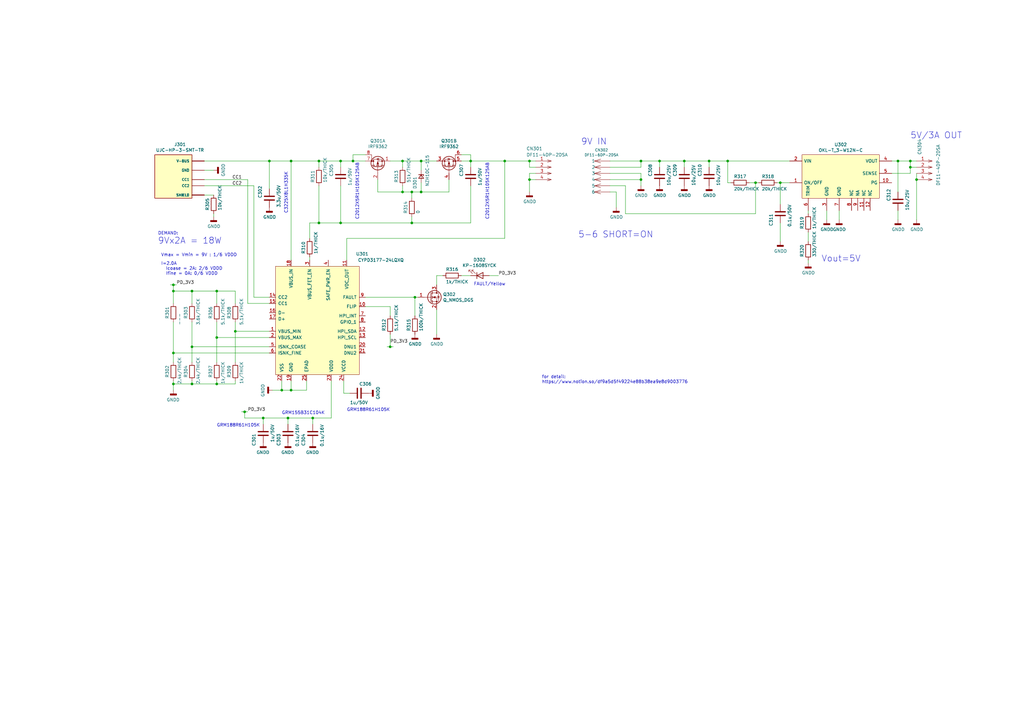
<source format=kicad_sch>
(kicad_sch (version 20211123) (generator eeschema)

  (uuid 9aa1ac45-fc28-4b8a-b982-eb68516b08b8)

  (paper "A3")

  (title_block
    (title "EH-900 L-He level meter")
    (date "2022-04-19")
    (rev "02")
    (company "Eagle Technology, Inc.")
    (comment 1 "DCPS ")
    (comment 2 "DR20000195")
  )

  (lib_symbols
    (symbol "Device:D_Zener_Small" (pin_numbers hide) (pin_names (offset 0.254) hide) (in_bom yes) (on_board yes)
      (property "Reference" "D" (id 0) (at 0 2.286 0)
        (effects (font (size 1.27 1.27)))
      )
      (property "Value" "D_Zener_Small" (id 1) (at 0 -2.286 0)
        (effects (font (size 1.27 1.27)))
      )
      (property "Footprint" "" (id 2) (at 0 0 90)
        (effects (font (size 1.27 1.27)) hide)
      )
      (property "Datasheet" "~" (id 3) (at 0 0 90)
        (effects (font (size 1.27 1.27)) hide)
      )
      (property "ki_keywords" "diode" (id 4) (at 0 0 0)
        (effects (font (size 1.27 1.27)) hide)
      )
      (property "ki_description" "Zener diode, small symbol" (id 5) (at 0 0 0)
        (effects (font (size 1.27 1.27)) hide)
      )
      (property "ki_fp_filters" "TO-???* *_Diode_* *SingleDiode* D_*" (id 6) (at 0 0 0)
        (effects (font (size 1.27 1.27)) hide)
      )
      (symbol "D_Zener_Small_0_1"
        (polyline
          (pts
            (xy 0.762 0)
            (xy -0.762 0)
          )
          (stroke (width 0) (type default) (color 0 0 0 0))
          (fill (type none))
        )
        (polyline
          (pts
            (xy -0.254 1.016)
            (xy -0.762 1.016)
            (xy -0.762 -1.016)
          )
          (stroke (width 0.254) (type default) (color 0 0 0 0))
          (fill (type none))
        )
        (polyline
          (pts
            (xy 0.762 1.016)
            (xy -0.762 0)
            (xy 0.762 -1.016)
            (xy 0.762 1.016)
          )
          (stroke (width 0.254) (type default) (color 0 0 0 0))
          (fill (type none))
        )
      )
      (symbol "D_Zener_Small_1_1"
        (pin passive line (at -2.54 0 0) (length 1.778)
          (name "K" (effects (font (size 1.27 1.27))))
          (number "1" (effects (font (size 1.27 1.27))))
        )
        (pin passive line (at 2.54 0 180) (length 1.778)
          (name "A" (effects (font (size 1.27 1.27))))
          (number "2" (effects (font (size 1.27 1.27))))
        )
      )
    )
    (symbol "Device:LED" (pin_numbers hide) (pin_names (offset 1.016) hide) (in_bom yes) (on_board yes)
      (property "Reference" "D" (id 0) (at 0 2.54 0)
        (effects (font (size 1.27 1.27)))
      )
      (property "Value" "LED" (id 1) (at 0 -2.54 0)
        (effects (font (size 1.27 1.27)))
      )
      (property "Footprint" "" (id 2) (at 0 0 0)
        (effects (font (size 1.27 1.27)) hide)
      )
      (property "Datasheet" "~" (id 3) (at 0 0 0)
        (effects (font (size 1.27 1.27)) hide)
      )
      (property "ki_keywords" "LED diode" (id 4) (at 0 0 0)
        (effects (font (size 1.27 1.27)) hide)
      )
      (property "ki_description" "Light emitting diode" (id 5) (at 0 0 0)
        (effects (font (size 1.27 1.27)) hide)
      )
      (property "ki_fp_filters" "LED* LED_SMD:* LED_THT:*" (id 6) (at 0 0 0)
        (effects (font (size 1.27 1.27)) hide)
      )
      (symbol "LED_0_1"
        (polyline
          (pts
            (xy -1.27 -1.27)
            (xy -1.27 1.27)
          )
          (stroke (width 0.254) (type default) (color 0 0 0 0))
          (fill (type none))
        )
        (polyline
          (pts
            (xy -1.27 0)
            (xy 1.27 0)
          )
          (stroke (width 0) (type default) (color 0 0 0 0))
          (fill (type none))
        )
        (polyline
          (pts
            (xy 1.27 -1.27)
            (xy 1.27 1.27)
            (xy -1.27 0)
            (xy 1.27 -1.27)
          )
          (stroke (width 0.254) (type default) (color 0 0 0 0))
          (fill (type none))
        )
        (polyline
          (pts
            (xy -3.048 -0.762)
            (xy -4.572 -2.286)
            (xy -3.81 -2.286)
            (xy -4.572 -2.286)
            (xy -4.572 -1.524)
          )
          (stroke (width 0) (type default) (color 0 0 0 0))
          (fill (type none))
        )
        (polyline
          (pts
            (xy -1.778 -0.762)
            (xy -3.302 -2.286)
            (xy -2.54 -2.286)
            (xy -3.302 -2.286)
            (xy -3.302 -1.524)
          )
          (stroke (width 0) (type default) (color 0 0 0 0))
          (fill (type none))
        )
      )
      (symbol "LED_1_1"
        (pin passive line (at -3.81 0 0) (length 2.54)
          (name "K" (effects (font (size 1.27 1.27))))
          (number "1" (effects (font (size 1.27 1.27))))
        )
        (pin passive line (at 3.81 0 180) (length 2.54)
          (name "A" (effects (font (size 1.27 1.27))))
          (number "2" (effects (font (size 1.27 1.27))))
        )
      )
    )
    (symbol "EH-900-rescue:C-EH-900" (pin_numbers hide) (pin_names (offset 0.254)) (in_bom yes) (on_board yes)
      (property "Reference" "C" (id 0) (at 0.635 2.54 0)
        (effects (font (size 1.27 1.27)) (justify left))
      )
      (property "Value" "C-EH-900" (id 1) (at 0.635 -2.54 0)
        (effects (font (size 1.27 1.27)) (justify left))
      )
      (property "Footprint" "" (id 2) (at 0.9652 -3.81 0)
        (effects (font (size 1.27 1.27)) hide)
      )
      (property "Datasheet" "" (id 3) (at 0 0 0)
        (effects (font (size 1.27 1.27)) hide)
      )
      (property "Material" "CER/FILM" (id 4) (at 0 0 0)
        (effects (font (size 1.27 1.27)) hide)
      )
      (property "TC" "CH/X7R/PET/PP" (id 5) (at 0 0 0)
        (effects (font (size 1.27 1.27)) (justify right bottom) hide)
      )
      (property "Soldering" "SMD" (id 6) (at 0 0 0)
        (effects (font (size 1.27 1.27)) hide)
      )
      (property "Vr" "16V" (id 7) (at 0 0 0)
        (effects (font (size 1.27 1.27)))
      )
      (property "ki_fp_filters" "C_*" (id 8) (at 0 0 0)
        (effects (font (size 1.27 1.27)) hide)
      )
      (symbol "C-EH-900_0_1"
        (polyline
          (pts
            (xy -2.032 -0.762)
            (xy 2.032 -0.762)
          )
          (stroke (width 0.508) (type default) (color 0 0 0 0))
          (fill (type none))
        )
        (polyline
          (pts
            (xy -2.032 0.762)
            (xy 2.032 0.762)
          )
          (stroke (width 0.508) (type default) (color 0 0 0 0))
          (fill (type none))
        )
      )
      (symbol "C-EH-900_1_1"
        (pin passive line (at 0 3.81 270) (length 2.794)
          (name "~" (effects (font (size 1.27 1.27))))
          (number "1" (effects (font (size 1.27 1.27))))
        )
        (pin passive line (at 0 -3.81 90) (length 2.794)
          (name "~" (effects (font (size 1.27 1.27))))
          (number "2" (effects (font (size 1.27 1.27))))
        )
      )
    )
    (symbol "EH-900-rescue:CYPD3177-24LQXQ-EH-900" (pin_names (offset 1.016)) (in_bom yes) (on_board yes)
      (property "Reference" "U" (id 0) (at 17.78 20.32 0)
        (effects (font (size 1.27 1.27)))
      )
      (property "Value" "CYPD3177-24LQXQ-EH-900" (id 1) (at 26.67 16.51 0)
        (effects (font (size 1.27 1.27)))
      )
      (property "Footprint" "" (id 2) (at -7.62 7.62 0)
        (effects (font (size 1.27 1.27)) hide)
      )
      (property "Datasheet" "" (id 3) (at -7.62 7.62 0)
        (effects (font (size 1.27 1.27)) hide)
      )
      (symbol "CYPD3177-24LQXQ-EH-900_0_1"
        (rectangle (start -17.78 21.59) (end 16.51 -22.86)
          (stroke (width 0) (type default) (color 0 0 0 0))
          (fill (type background))
        )
      )
      (symbol "CYPD3177-24LQXQ-EH-900_1_1"
        (pin input line (at -20.32 -5.08 0) (length 2.54)
          (name "VBUS_MIN" (effects (font (size 1.27 1.27))))
          (number "1" (effects (font (size 1.27 1.27))))
        )
        (pin open_collector line (at 19.05 5.08 180) (length 2.54)
          (name "FLIP" (effects (font (size 1.27 1.27))))
          (number "10" (effects (font (size 1.27 1.27))))
        )
        (pin input line (at 11.43 24.13 270) (length 2.54)
          (name "VDC_OUT" (effects (font (size 1.27 1.27))))
          (number "11" (effects (font (size 1.27 1.27))))
        )
        (pin bidirectional line (at 19.05 -5.08 180) (length 2.54)
          (name "HPI_SDA" (effects (font (size 1.27 1.27))))
          (number "12" (effects (font (size 1.27 1.27))))
        )
        (pin bidirectional line (at 19.05 -7.62 180) (length 2.54)
          (name "HPI_SCL" (effects (font (size 1.27 1.27))))
          (number "13" (effects (font (size 1.27 1.27))))
        )
        (pin bidirectional line (at -20.32 8.89 0) (length 2.54)
          (name "CC2" (effects (font (size 1.27 1.27))))
          (number "14" (effects (font (size 1.27 1.27))))
        )
        (pin bidirectional line (at -20.32 6.35 0) (length 2.54)
          (name "CC1" (effects (font (size 1.27 1.27))))
          (number "15" (effects (font (size 1.27 1.27))))
        )
        (pin bidirectional line (at -20.32 2.54 0) (length 2.54)
          (name "D-" (effects (font (size 1.27 1.27))))
          (number "16" (effects (font (size 1.27 1.27))))
        )
        (pin bidirectional line (at -20.32 0 0) (length 2.54)
          (name "D+" (effects (font (size 1.27 1.27))))
          (number "17" (effects (font (size 1.27 1.27))))
        )
        (pin power_in line (at -11.43 24.13 270) (length 2.54)
          (name "VBUS_IN" (effects (font (size 1.27 1.27))))
          (number "18" (effects (font (size 1.27 1.27))))
        )
        (pin power_in line (at -11.43 -25.4 90) (length 2.54)
          (name "GND" (effects (font (size 1.27 1.27))))
          (number "19" (effects (font (size 1.27 1.27))))
        )
        (pin input line (at -20.32 -7.62 0) (length 2.54)
          (name "VBUS_MAX" (effects (font (size 1.27 1.27))))
          (number "2" (effects (font (size 1.27 1.27))))
        )
        (pin unspecified line (at 19.05 -11.43 180) (length 2.54)
          (name "DNU1" (effects (font (size 1.27 1.27))))
          (number "20" (effects (font (size 1.27 1.27))))
        )
        (pin unspecified line (at 19.05 -13.97 180) (length 2.54)
          (name "DNU2" (effects (font (size 1.27 1.27))))
          (number "21" (effects (font (size 1.27 1.27))))
        )
        (pin power_in line (at -15.24 -25.4 90) (length 2.54)
          (name "VSS" (effects (font (size 1.27 1.27))))
          (number "22" (effects (font (size 1.27 1.27))))
        )
        (pin power_out line (at 5.08 -25.4 90) (length 2.54)
          (name "VDDD" (effects (font (size 1.27 1.27))))
          (number "23" (effects (font (size 1.27 1.27))))
        )
        (pin power_out line (at 10.16 -25.4 90) (length 2.54)
          (name "VCCD" (effects (font (size 1.27 1.27))))
          (number "24" (effects (font (size 1.27 1.27))))
        )
        (pin power_in line (at -5.08 -25.4 90) (length 2.54)
          (name "EPAD" (effects (font (size 1.27 1.27))))
          (number "25" (effects (font (size 1.27 1.27))))
        )
        (pin output line (at -3.81 24.13 270) (length 2.54)
          (name "VBUS_FET_EN" (effects (font (size 1.27 1.27))))
          (number "3" (effects (font (size 1.27 1.27))))
        )
        (pin output line (at 3.81 24.13 270) (length 2.54)
          (name "SAFE_PWR_EN" (effects (font (size 1.27 1.27))))
          (number "4" (effects (font (size 1.27 1.27))))
        )
        (pin input line (at -20.32 -11.43 0) (length 2.54)
          (name "ISNK_COASE" (effects (font (size 1.27 1.27))))
          (number "5" (effects (font (size 1.27 1.27))))
        )
        (pin input line (at -20.32 -13.97 0) (length 2.54)
          (name "ISNK_FINE" (effects (font (size 1.27 1.27))))
          (number "6" (effects (font (size 1.27 1.27))))
        )
        (pin output line (at 19.05 1.27 180) (length 2.54)
          (name "HPI_INT" (effects (font (size 1.27 1.27))))
          (number "7" (effects (font (size 1.27 1.27))))
        )
        (pin bidirectional line (at 19.05 -1.27 180) (length 2.54)
          (name "GPIO_1" (effects (font (size 1.27 1.27))))
          (number "8" (effects (font (size 1.27 1.27))))
        )
        (pin output line (at 19.05 8.89 180) (length 2.54)
          (name "FAULT" (effects (font (size 1.27 1.27))))
          (number "9" (effects (font (size 1.27 1.27))))
        )
      )
    )
    (symbol "EH-900-rescue:DF11-4DP-2DSA-EH-900" (pin_names (offset 1.016)) (in_bom yes) (on_board yes)
      (property "Reference" "CN" (id 0) (at 7.62 2.54 0)
        (effects (font (size 1.2954 1.2954)) (justify left bottom))
      )
      (property "Value" "DF11-4DP-2DSA-EH-900" (id 1) (at 7.62 0 0)
        (effects (font (size 1.2954 1.2954)) (justify left bottom))
      )
      (property "Footprint" "" (id 2) (at 0 0 0)
        (effects (font (size 1.27 1.27)) hide)
      )
      (property "Datasheet" "" (id 3) (at 0 0 0)
        (effects (font (size 1.27 1.27)) hide)
      )
      (symbol "DF11-4DP-2DSA-EH-900_1_0"
        (polyline
          (pts
            (xy 2.54 3.81)
            (xy 3.81 3.81)
          )
          (stroke (width 0) (type default) (color 0 0 0 0))
          (fill (type none))
        )
        (polyline
          (pts
            (xy 3.81 3.81)
            (xy 2.286 3.302)
          )
          (stroke (width 0) (type default) (color 0 0 0 0))
          (fill (type none))
        )
        (polyline
          (pts
            (xy 3.81 3.81)
            (xy 2.286 4.318)
          )
          (stroke (width 0) (type default) (color 0 0 0 0))
          (fill (type none))
        )
        (pin passive line (at -2.54 3.81 0) (length 5.08)
          (name "1" (effects (font (size 0 0))))
          (number "1" (effects (font (size 1.27 1.27))))
        )
        (pin passive line (at -2.54 1.27 0) (length 5.08)
          (name "2" (effects (font (size 0 0))))
          (number "2" (effects (font (size 1.27 1.27))))
        )
        (pin passive line (at -2.54 -1.27 0) (length 5.08)
          (name "3" (effects (font (size 0 0))))
          (number "3" (effects (font (size 1.27 1.27))))
        )
        (pin passive line (at -2.54 -3.81 0) (length 5.08)
          (name "4" (effects (font (size 0 0))))
          (number "4" (effects (font (size 1.27 1.27))))
        )
      )
      (symbol "DF11-4DP-2DSA-EH-900_1_1"
        (polyline
          (pts
            (xy 2.54 -3.81)
            (xy 3.81 -3.81)
          )
          (stroke (width 0) (type default) (color 0 0 0 0))
          (fill (type none))
        )
        (polyline
          (pts
            (xy 2.54 -1.27)
            (xy 3.81 -1.27)
          )
          (stroke (width 0) (type default) (color 0 0 0 0))
          (fill (type none))
        )
        (polyline
          (pts
            (xy 2.54 1.27)
            (xy 3.81 1.27)
          )
          (stroke (width 0) (type default) (color 0 0 0 0))
          (fill (type none))
        )
        (polyline
          (pts
            (xy 3.81 -3.81)
            (xy 2.286 -4.318)
          )
          (stroke (width 0) (type default) (color 0 0 0 0))
          (fill (type none))
        )
        (polyline
          (pts
            (xy 3.81 -3.81)
            (xy 2.286 -3.302)
          )
          (stroke (width 0) (type default) (color 0 0 0 0))
          (fill (type none))
        )
        (polyline
          (pts
            (xy 3.81 -1.27)
            (xy 2.286 -1.778)
          )
          (stroke (width 0) (type default) (color 0 0 0 0))
          (fill (type none))
        )
        (polyline
          (pts
            (xy 3.81 -1.27)
            (xy 2.286 -0.762)
          )
          (stroke (width 0) (type default) (color 0 0 0 0))
          (fill (type none))
        )
        (polyline
          (pts
            (xy 3.81 1.27)
            (xy 2.286 0.762)
          )
          (stroke (width 0) (type default) (color 0 0 0 0))
          (fill (type none))
        )
        (polyline
          (pts
            (xy 3.81 1.27)
            (xy 2.286 1.778)
          )
          (stroke (width 0) (type default) (color 0 0 0 0))
          (fill (type none))
        )
      )
    )
    (symbol "EH-900-rescue:DF11-6DP-2DSA-main-eagle-import" (pin_names (offset 1.016)) (in_bom yes) (on_board yes)
      (property "Reference" "CN" (id 0) (at 7.62 5.08 0)
        (effects (font (size 1.0668 1.0668)) (justify left bottom))
      )
      (property "Value" "DF11-6DP-2DSA-main-eagle-import" (id 1) (at 7.62 2.54 0)
        (effects (font (size 1.0668 1.0668)) (justify left bottom))
      )
      (property "Footprint" "" (id 2) (at 0 0 0)
        (effects (font (size 1.27 1.27)) hide)
      )
      (property "Datasheet" "" (id 3) (at 0 0 0)
        (effects (font (size 1.27 1.27)) hide)
      )
      (property "ki_locked" "" (id 4) (at 0 0 0)
        (effects (font (size 1.27 1.27)))
      )
      (symbol "DF11-6DP-2DSA-main-eagle-import_1_0"
        (polyline
          (pts
            (xy 2.54 -5.08)
            (xy 3.81 -5.08)
          )
          (stroke (width 0) (type default) (color 0 0 0 0))
          (fill (type none))
        )
        (polyline
          (pts
            (xy 2.54 -2.54)
            (xy 3.81 -2.54)
          )
          (stroke (width 0) (type default) (color 0 0 0 0))
          (fill (type none))
        )
        (polyline
          (pts
            (xy 2.54 0)
            (xy 3.81 0)
          )
          (stroke (width 0) (type default) (color 0 0 0 0))
          (fill (type none))
        )
        (polyline
          (pts
            (xy 2.54 2.54)
            (xy 3.81 2.54)
          )
          (stroke (width 0) (type default) (color 0 0 0 0))
          (fill (type none))
        )
        (polyline
          (pts
            (xy 2.54 5.08)
            (xy 3.81 5.08)
          )
          (stroke (width 0) (type default) (color 0 0 0 0))
          (fill (type none))
        )
        (polyline
          (pts
            (xy 2.54 7.62)
            (xy 3.81 7.62)
          )
          (stroke (width 0) (type default) (color 0 0 0 0))
          (fill (type none))
        )
        (polyline
          (pts
            (xy 3.81 -5.08)
            (xy 1.27 -5.842)
          )
          (stroke (width 0) (type default) (color 0 0 0 0))
          (fill (type none))
        )
        (polyline
          (pts
            (xy 3.81 -5.08)
            (xy 1.27 -4.318)
          )
          (stroke (width 0) (type default) (color 0 0 0 0))
          (fill (type none))
        )
        (polyline
          (pts
            (xy 3.81 -2.54)
            (xy 1.27 -3.302)
          )
          (stroke (width 0) (type default) (color 0 0 0 0))
          (fill (type none))
        )
        (polyline
          (pts
            (xy 3.81 -2.54)
            (xy 1.27 -1.778)
          )
          (stroke (width 0) (type default) (color 0 0 0 0))
          (fill (type none))
        )
        (polyline
          (pts
            (xy 3.81 0)
            (xy 1.27 -0.762)
          )
          (stroke (width 0) (type default) (color 0 0 0 0))
          (fill (type none))
        )
        (polyline
          (pts
            (xy 3.81 0)
            (xy 1.27 0.762)
          )
          (stroke (width 0) (type default) (color 0 0 0 0))
          (fill (type none))
        )
        (polyline
          (pts
            (xy 3.81 2.54)
            (xy 1.27 1.778)
          )
          (stroke (width 0) (type default) (color 0 0 0 0))
          (fill (type none))
        )
        (polyline
          (pts
            (xy 3.81 2.54)
            (xy 1.27 3.302)
          )
          (stroke (width 0) (type default) (color 0 0 0 0))
          (fill (type none))
        )
        (polyline
          (pts
            (xy 3.81 5.08)
            (xy 1.27 4.318)
          )
          (stroke (width 0) (type default) (color 0 0 0 0))
          (fill (type none))
        )
        (polyline
          (pts
            (xy 3.81 5.08)
            (xy 1.27 5.842)
          )
          (stroke (width 0) (type default) (color 0 0 0 0))
          (fill (type none))
        )
        (polyline
          (pts
            (xy 3.81 7.62)
            (xy 1.27 6.858)
          )
          (stroke (width 0) (type default) (color 0 0 0 0))
          (fill (type none))
        )
        (polyline
          (pts
            (xy 3.81 7.62)
            (xy 1.27 8.382)
          )
          (stroke (width 0) (type default) (color 0 0 0 0))
          (fill (type none))
        )
        (pin bidirectional line (at -2.54 7.62 0) (length 5.08)
          (name "1" (effects (font (size 1.27 1.27))))
          (number "1" (effects (font (size 0 0))))
        )
        (pin bidirectional line (at -2.54 5.08 0) (length 5.08)
          (name "2" (effects (font (size 1.27 1.27))))
          (number "2" (effects (font (size 0 0))))
        )
        (pin bidirectional line (at -2.54 2.54 0) (length 5.08)
          (name "3" (effects (font (size 1.27 1.27))))
          (number "3" (effects (font (size 0 0))))
        )
        (pin bidirectional line (at -2.54 0 0) (length 5.08)
          (name "4" (effects (font (size 1.27 1.27))))
          (number "4" (effects (font (size 0 0))))
        )
        (pin bidirectional line (at -2.54 -2.54 0) (length 5.08)
          (name "5" (effects (font (size 1.27 1.27))))
          (number "5" (effects (font (size 0 0))))
        )
        (pin bidirectional line (at -2.54 -5.08 0) (length 5.08)
          (name "6" (effects (font (size 1.27 1.27))))
          (number "6" (effects (font (size 0 0))))
        )
      )
    )
    (symbol "EH-900-rescue:OKL-T_3-W12N-C-SamacSys_Parts" (pin_names (offset 0.762)) (in_bom yes) (on_board yes)
      (property "Reference" "U" (id 0) (at 16.51 3.81 0)
        (effects (font (size 1.27 1.27)) (justify left))
      )
      (property "Value" "OKL-T_3-W12N-C-SamacSys_Parts" (id 1) (at 27.94 3.81 0)
        (effects (font (size 1.27 1.27)) (justify left))
      )
      (property "Footprint" "OKLT3W12PC" (id 2) (at 12.7 25.4 0)
        (effects (font (size 1.27 1.27)) (justify left) hide)
      )
      (property "Datasheet" "" (id 3) (at 54.61 0 0)
        (effects (font (size 1.27 1.27)) (justify left) hide)
      )
      (property "Description" "Module DC-DC 12VIN 1-OUT 0.591V to 5.5V 3A 15W 11-Pin ILGA T/R" (id 4) (at 12.7 20.32 0)
        (effects (font (size 1.27 1.27)) (justify left) hide)
      )
      (property "Height" "6.2" (id 5) (at 54.61 -5.08 0)
        (effects (font (size 1.27 1.27)) (justify left) hide)
      )
      (property "Mouser Part Number" "OKL-T/3-W12N-C" (id 6) (at 12.7 15.24 0)
        (effects (font (size 1.27 1.27)) (justify left) hide)
      )
      (property "Mouser Price/Stock" "https://www.mouser.co.uk/ProductDetail/Murata-Power-Solutions/OKL-T-3-W12P-C?qs=JV7lzlMm3yL%2FQiWFiCE14w%3D%3D" (id 7) (at 12.7 12.7 0)
        (effects (font (size 1.27 1.27)) (justify left) hide)
      )
      (property "Manufacturer_Name" "Murata Electronics" (id 8) (at 12.7 10.16 0)
        (effects (font (size 1.27 1.27)) (justify left) hide)
      )
      (property "Manufacturer_Part_Number" "OKL-T/3-W12N-C" (id 9) (at 12.7 7.62 0)
        (effects (font (size 1.27 1.27)) (justify left) hide)
      )
      (symbol "OKL-T_3-W12N-C-SamacSys_Parts_0_0"
        (pin input line (at 10.16 -8.89 0) (length 5.08)
          (name "ON/OFF" (effects (font (size 1.27 1.27))))
          (number "1" (effects (font (size 1.27 1.27))))
        )
        (pin output line (at 52.07 -8.89 180) (length 5.08)
          (name "PG" (effects (font (size 1.27 1.27))))
          (number "10" (effects (font (size 1.27 1.27))))
        )
        (pin passive line (at 40.64 -20.32 90) (length 5.08)
          (name "NC" (effects (font (size 1.27 1.27))))
          (number "11" (effects (font (size 1.27 1.27))))
        )
        (pin passive line (at 43.18 -20.32 90) (length 5.08)
          (name "NC" (effects (font (size 1.27 1.27))))
          (number "12" (effects (font (size 1.27 1.27))))
        )
        (pin power_in line (at 10.16 0 0) (length 5.08)
          (name "VIN" (effects (font (size 1.27 1.27))))
          (number "2" (effects (font (size 1.27 1.27))))
        )
        (pin passive line (at 25.4 -20.32 90) (length 5.08)
          (name "GND" (effects (font (size 1.27 1.27))))
          (number "3" (effects (font (size 1.27 1.27))))
        )
        (pin power_out line (at 52.07 0 180) (length 5.08)
          (name "VOUT" (effects (font (size 1.27 1.27))))
          (number "4" (effects (font (size 1.27 1.27))))
        )
        (pin input line (at 52.07 -5.08 180) (length 5.08)
          (name "SENSE" (effects (font (size 1.27 1.27))))
          (number "5" (effects (font (size 1.27 1.27))))
        )
        (pin input line (at 17.78 -20.32 90) (length 5.08)
          (name "TRIM" (effects (font (size 1.27 1.27))))
          (number "6" (effects (font (size 1.27 1.27))))
        )
        (pin passive line (at 30.48 -20.32 90) (length 5.08)
          (name "GND" (effects (font (size 1.27 1.27))))
          (number "7" (effects (font (size 1.27 1.27))))
        )
        (pin passive line (at 35.56 -20.32 90) (length 5.08)
          (name "NC" (effects (font (size 1.27 1.27))))
          (number "8" (effects (font (size 1.27 1.27))))
        )
        (pin passive line (at 38.1 -20.32 90) (length 5.08)
          (name "NA" (effects (font (size 1.27 1.27))))
          (number "9" (effects (font (size 1.27 1.27))))
        )
      )
      (symbol "OKL-T_3-W12N-C-SamacSys_Parts_0_1"
        (polyline
          (pts
            (xy 15.24 2.54)
            (xy 46.99 2.54)
            (xy 46.99 -15.24)
            (xy 15.24 -15.24)
            (xy 15.24 2.54)
          )
          (stroke (width 0.1524) (type default) (color 0 0 0 0))
          (fill (type background))
        )
      )
    )
    (symbol "EH-900-rescue:Q_DUAL_PMOS_S1G1S2G2D2D2D1D1-Device" (pin_names (offset 0) hide) (in_bom yes) (on_board yes)
      (property "Reference" "Q" (id 0) (at 6.35 1.27 0)
        (effects (font (size 1.27 1.27)))
      )
      (property "Value" "Q_DUAL_PMOS_S1G1S2G2D2D2D1D1-Device" (id 1) (at 21.59 -1.27 0)
        (effects (font (size 1.27 1.27)))
      )
      (property "Footprint" "" (id 2) (at 1.27 0 0)
        (effects (font (size 1.27 1.27)) hide)
      )
      (property "Datasheet" "" (id 3) (at 1.27 0 0)
        (effects (font (size 1.27 1.27)) hide)
      )
      (property "ki_fp_filters" "SO*" (id 4) (at 0 0 0)
        (effects (font (size 1.27 1.27)) hide)
      )
      (symbol "Q_DUAL_PMOS_S1G1S2G2D2D2D1D1-Device_0_1"
        (polyline
          (pts
            (xy 0.254 0)
            (xy -2.54 0)
          )
          (stroke (width 0) (type default) (color 0 0 0 0))
          (fill (type none))
        )
        (polyline
          (pts
            (xy 0.254 1.905)
            (xy 0.254 -1.905)
          )
          (stroke (width 0.254) (type default) (color 0 0 0 0))
          (fill (type none))
        )
        (polyline
          (pts
            (xy 0.762 -1.27)
            (xy 0.762 -2.286)
          )
          (stroke (width 0.254) (type default) (color 0 0 0 0))
          (fill (type none))
        )
        (polyline
          (pts
            (xy 0.762 0.508)
            (xy 0.762 -0.508)
          )
          (stroke (width 0.254) (type default) (color 0 0 0 0))
          (fill (type none))
        )
        (polyline
          (pts
            (xy 0.762 2.286)
            (xy 0.762 1.27)
          )
          (stroke (width 0.254) (type default) (color 0 0 0 0))
          (fill (type none))
        )
        (polyline
          (pts
            (xy 2.54 2.54)
            (xy 2.54 1.778)
          )
          (stroke (width 0) (type default) (color 0 0 0 0))
          (fill (type none))
        )
        (polyline
          (pts
            (xy 2.54 -2.54)
            (xy 2.54 0)
            (xy 0.762 0)
          )
          (stroke (width 0) (type default) (color 0 0 0 0))
          (fill (type none))
        )
        (polyline
          (pts
            (xy 0.762 1.778)
            (xy 3.302 1.778)
            (xy 3.302 -1.778)
            (xy 0.762 -1.778)
          )
          (stroke (width 0) (type default) (color 0 0 0 0))
          (fill (type none))
        )
        (polyline
          (pts
            (xy 2.286 0)
            (xy 1.27 0.381)
            (xy 1.27 -0.381)
            (xy 2.286 0)
          )
          (stroke (width 0) (type default) (color 0 0 0 0))
          (fill (type outline))
        )
        (polyline
          (pts
            (xy 2.794 -0.508)
            (xy 2.921 -0.381)
            (xy 3.683 -0.381)
            (xy 3.81 -0.254)
          )
          (stroke (width 0) (type default) (color 0 0 0 0))
          (fill (type none))
        )
        (polyline
          (pts
            (xy 3.302 -0.381)
            (xy 2.921 0.254)
            (xy 3.683 0.254)
            (xy 3.302 -0.381)
          )
          (stroke (width 0) (type default) (color 0 0 0 0))
          (fill (type none))
        )
        (circle (center 1.651 0) (radius 2.794)
          (stroke (width 0.254) (type default) (color 0 0 0 0))
          (fill (type none))
        )
        (circle (center 2.54 -1.778) (radius 0.254)
          (stroke (width 0) (type default) (color 0 0 0 0))
          (fill (type outline))
        )
        (circle (center 2.54 1.778) (radius 0.254)
          (stroke (width 0) (type default) (color 0 0 0 0))
          (fill (type outline))
        )
        (circle (center 2.54 2.54) (radius 0.254)
          (stroke (width 0) (type default) (color 0 0 0 0))
          (fill (type outline))
        )
        (rectangle (start 5.08 2.54) (end 2.54 2.54)
          (stroke (width 0) (type default) (color 0 0 0 0))
          (fill (type none))
        )
      )
      (symbol "Q_DUAL_PMOS_S1G1S2G2D2D2D1D1-Device_1_1"
        (pin passive line (at 2.54 -5.08 90) (length 2.54)
          (name "S" (effects (font (size 1.27 1.27))))
          (number "1" (effects (font (size 1.27 1.27))))
        )
        (pin input line (at -5.08 0 0) (length 2.54)
          (name "G" (effects (font (size 1.27 1.27))))
          (number "2" (effects (font (size 1.27 1.27))))
        )
        (pin passive line (at 2.54 5.08 270) (length 2.54)
          (name "D" (effects (font (size 1.27 1.27))))
          (number "7" (effects (font (size 1.27 1.27))))
        )
        (pin passive line (at 5.08 5.08 270) (length 2.54)
          (name "G" (effects (font (size 1.27 1.27))))
          (number "8" (effects (font (size 1.27 1.27))))
        )
      )
      (symbol "Q_DUAL_PMOS_S1G1S2G2D2D2D1D1-Device_2_1"
        (pin passive line (at 2.54 -5.08 90) (length 2.54)
          (name "S" (effects (font (size 1.27 1.27))))
          (number "3" (effects (font (size 1.27 1.27))))
        )
        (pin input line (at -5.08 0 0) (length 2.54)
          (name "G" (effects (font (size 1.27 1.27))))
          (number "4" (effects (font (size 1.27 1.27))))
        )
        (pin passive line (at 2.54 5.08 270) (length 2.54)
          (name "D" (effects (font (size 1.27 1.27))))
          (number "5" (effects (font (size 1.27 1.27))))
        )
        (pin passive line (at 5.08 5.08 270) (length 2.54)
          (name "G" (effects (font (size 1.27 1.27))))
          (number "6" (effects (font (size 1.27 1.27))))
        )
      )
    )
    (symbol "EH-900-rescue:Q_NMOS_DGS-EH-900" (pin_names (offset 0) hide) (in_bom yes) (on_board yes)
      (property "Reference" "Q" (id 0) (at 5.08 1.27 0)
        (effects (font (size 1.27 1.27)) (justify left))
      )
      (property "Value" "Q_NMOS_DGS-EH-900" (id 1) (at 5.08 -1.27 0)
        (effects (font (size 1.27 1.27)) (justify left))
      )
      (property "Footprint" "" (id 2) (at 5.08 2.54 0)
        (effects (font (size 1.27 1.27)) hide)
      )
      (property "Datasheet" "" (id 3) (at 0 0 0)
        (effects (font (size 1.27 1.27)) hide)
      )
      (symbol "Q_NMOS_DGS-EH-900_0_1"
        (polyline
          (pts
            (xy 0.254 0)
            (xy -2.54 0)
          )
          (stroke (width 0) (type default) (color 0 0 0 0))
          (fill (type none))
        )
        (polyline
          (pts
            (xy 0.254 1.905)
            (xy 0.254 -1.905)
          )
          (stroke (width 0.254) (type default) (color 0 0 0 0))
          (fill (type none))
        )
        (polyline
          (pts
            (xy 0.762 -1.27)
            (xy 0.762 -2.286)
          )
          (stroke (width 0.254) (type default) (color 0 0 0 0))
          (fill (type none))
        )
        (polyline
          (pts
            (xy 0.762 0.508)
            (xy 0.762 -0.508)
          )
          (stroke (width 0.254) (type default) (color 0 0 0 0))
          (fill (type none))
        )
        (polyline
          (pts
            (xy 0.762 2.286)
            (xy 0.762 1.27)
          )
          (stroke (width 0.254) (type default) (color 0 0 0 0))
          (fill (type none))
        )
        (polyline
          (pts
            (xy 2.54 2.54)
            (xy 2.54 1.778)
          )
          (stroke (width 0) (type default) (color 0 0 0 0))
          (fill (type none))
        )
        (polyline
          (pts
            (xy 2.54 -2.54)
            (xy 2.54 0)
            (xy 0.762 0)
          )
          (stroke (width 0) (type default) (color 0 0 0 0))
          (fill (type none))
        )
        (polyline
          (pts
            (xy 0.762 -1.778)
            (xy 3.302 -1.778)
            (xy 3.302 1.778)
            (xy 0.762 1.778)
          )
          (stroke (width 0) (type default) (color 0 0 0 0))
          (fill (type none))
        )
        (polyline
          (pts
            (xy 1.016 0)
            (xy 2.032 0.381)
            (xy 2.032 -0.381)
            (xy 1.016 0)
          )
          (stroke (width 0) (type default) (color 0 0 0 0))
          (fill (type outline))
        )
        (polyline
          (pts
            (xy 2.794 0.508)
            (xy 2.921 0.381)
            (xy 3.683 0.381)
            (xy 3.81 0.254)
          )
          (stroke (width 0) (type default) (color 0 0 0 0))
          (fill (type none))
        )
        (polyline
          (pts
            (xy 3.302 0.381)
            (xy 2.921 -0.254)
            (xy 3.683 -0.254)
            (xy 3.302 0.381)
          )
          (stroke (width 0) (type default) (color 0 0 0 0))
          (fill (type none))
        )
        (circle (center 1.651 0) (radius 2.794)
          (stroke (width 0.254) (type default) (color 0 0 0 0))
          (fill (type none))
        )
        (circle (center 2.54 -1.778) (radius 0.254)
          (stroke (width 0) (type default) (color 0 0 0 0))
          (fill (type outline))
        )
        (circle (center 2.54 1.778) (radius 0.254)
          (stroke (width 0) (type default) (color 0 0 0 0))
          (fill (type outline))
        )
      )
      (symbol "Q_NMOS_DGS-EH-900_1_1"
        (pin input line (at -5.08 0 0) (length 2.54)
          (name "G" (effects (font (size 1.27 1.27))))
          (number "1" (effects (font (size 1.27 1.27))))
        )
        (pin passive line (at 2.54 -5.08 90) (length 2.54)
          (name "S" (effects (font (size 1.27 1.27))))
          (number "2" (effects (font (size 1.27 1.27))))
        )
        (pin passive line (at 2.54 5.08 270) (length 2.54)
          (name "D" (effects (font (size 1.27 1.27))))
          (number "3" (effects (font (size 1.27 1.27))))
        )
      )
    )
    (symbol "EH-900-rescue:R-EH-900" (pin_numbers hide) (pin_names (offset 0)) (in_bom yes) (on_board yes)
      (property "Reference" "R" (id 0) (at 2.032 0 90)
        (effects (font (size 1.27 1.27)))
      )
      (property "Value" "R-EH-900" (id 1) (at 0 0 90)
        (effects (font (size 1.27 1.27)))
      )
      (property "Footprint" "" (id 2) (at -1.778 0 90)
        (effects (font (size 1.27 1.27)) hide)
      )
      (property "Datasheet" "" (id 3) (at 0 0 0)
        (effects (font (size 1.27 1.27)) hide)
      )
      (property "Soldering" "SMD" (id 4) (at 0 0 0)
        (effects (font (size 1.27 1.27)) hide)
      )
      (property "Material" "THIN/THICK/FOIL/MET_OX/CARBON" (id 5) (at 0 0 0)
        (effects (font (size 1.27 1.27)) hide)
      )
      (property "Power" "1/16" (id 6) (at 0 0 0)
        (effects (font (size 1.27 1.27)) hide)
      )
      (property "ki_fp_filters" "R_*" (id 7) (at 0 0 0)
        (effects (font (size 1.27 1.27)) hide)
      )
      (symbol "R-EH-900_0_1"
        (rectangle (start -1.016 -2.54) (end 1.016 2.54)
          (stroke (width 0.254) (type default) (color 0 0 0 0))
          (fill (type none))
        )
      )
      (symbol "R-EH-900_1_1"
        (pin passive line (at 0 3.81 270) (length 1.27)
          (name "~" (effects (font (size 1.27 1.27))))
          (number "1" (effects (font (size 1.27 1.27))))
        )
        (pin passive line (at 0 -3.81 90) (length 1.27)
          (name "~" (effects (font (size 1.27 1.27))))
          (number "2" (effects (font (size 1.27 1.27))))
        )
      )
    )
    (symbol "EH-900-rescue:UJC-HP-3-SMT-TR-UJC-HP-3-SMT-TR" (pin_numbers hide) (pin_names (offset 1.016)) (in_bom yes) (on_board yes)
      (property "Reference" "J" (id 0) (at -7.62 8.89 0)
        (effects (font (size 1.27 1.27)) (justify left bottom))
      )
      (property "Value" "UJC-HP-3-SMT-TR-UJC-HP-3-SMT-TR" (id 1) (at -7.62 -12.7 0)
        (effects (font (size 1.27 1.27)) (justify left bottom))
      )
      (property "Footprint" "CUI_UJC-HP-3-SMT-TR" (id 2) (at 0 17.78 0)
        (effects (font (size 1.27 1.27)) (justify left bottom) hide)
      )
      (property "Datasheet" "" (id 3) (at 0 0 0)
        (effects (font (size 1.27 1.27)) (justify left bottom) hide)
      )
      (property "STANDARD" "Manufacturer recommendations" (id 4) (at 0 8.89 0)
        (effects (font (size 1.27 1.27)) (justify left bottom) hide)
      )
      (property "PARTREV" "04/30/2020" (id 5) (at 0 11.43 0)
        (effects (font (size 1.27 1.27)) (justify left bottom) hide)
      )
      (property "MAXIMUM_PACKAGE_HEIGHT" "3.16mm" (id 6) (at 0 13.97 0)
        (effects (font (size 1.27 1.27)) (justify left bottom) hide)
      )
      (property "MANUFACTURER" "CUI Devices" (id 7) (at 0 20.32 0)
        (effects (font (size 1.27 1.27)) (justify left bottom) hide)
      )
      (symbol "UJC-HP-3-SMT-TR-UJC-HP-3-SMT-TR_0_0"
        (rectangle (start -7.62 -10.16) (end 7.62 7.62)
          (stroke (width 0.254) (type default) (color 0 0 0 0))
          (fill (type background))
        )
        (pin power_out line (at -12.7 1.27 0) (length 5.08)
          (name "GND" (effects (font (size 1.016 1.016))))
          (number "A12" (effects (font (size 1.016 1.016))))
        )
        (pin bidirectional line (at -12.7 -2.54 0) (length 5.08)
          (name "CC1" (effects (font (size 1.016 1.016))))
          (number "A5" (effects (font (size 1.016 1.016))))
        )
        (pin power_out line (at -12.7 5.08 0) (length 5.08)
          (name "V-BUS" (effects (font (size 1.016 1.016))))
          (number "A9" (effects (font (size 1.016 1.016))))
        )
        (pin power_out line (at -12.7 1.27 0) (length 5.08)
          (name "GND" (effects (font (size 1.016 1.016))))
          (number "B12" (effects (font (size 1.016 1.016))))
        )
        (pin bidirectional line (at -12.7 -5.08 0) (length 5.08)
          (name "CC2" (effects (font (size 1.016 1.016))))
          (number "B5" (effects (font (size 1.016 1.016))))
        )
        (pin power_out line (at -12.7 5.08 0) (length 5.08)
          (name "V-BUS" (effects (font (size 1.016 1.016))))
          (number "B9" (effects (font (size 1.016 1.016))))
        )
        (pin passive line (at -12.7 -8.89 0) (length 5.08)
          (name "SHIELD" (effects (font (size 1.016 1.016))))
          (number "S1" (effects (font (size 1.016 1.016))))
        )
        (pin passive line (at -12.7 -8.89 0) (length 5.08)
          (name "SHIELD" (effects (font (size 1.016 1.016))))
          (number "S2" (effects (font (size 1.016 1.016))))
        )
        (pin passive line (at -12.7 -8.89 0) (length 5.08)
          (name "SHIELD" (effects (font (size 1.016 1.016))))
          (number "S3" (effects (font (size 1.016 1.016))))
        )
        (pin passive line (at -12.7 -8.89 0) (length 5.08)
          (name "SHIELD" (effects (font (size 1.016 1.016))))
          (number "S4" (effects (font (size 1.016 1.016))))
        )
      )
    )
    (symbol "power:GNDD" (power) (pin_names (offset 0)) (in_bom yes) (on_board yes)
      (property "Reference" "#PWR" (id 0) (at 0 -6.35 0)
        (effects (font (size 1.27 1.27)) hide)
      )
      (property "Value" "GNDD" (id 1) (at 0 -3.175 0)
        (effects (font (size 1.27 1.27)))
      )
      (property "Footprint" "" (id 2) (at 0 0 0)
        (effects (font (size 1.27 1.27)) hide)
      )
      (property "Datasheet" "" (id 3) (at 0 0 0)
        (effects (font (size 1.27 1.27)) hide)
      )
      (property "ki_keywords" "global power" (id 4) (at 0 0 0)
        (effects (font (size 1.27 1.27)) hide)
      )
      (property "ki_description" "Power symbol creates a global label with name \"GNDD\" , digital ground" (id 5) (at 0 0 0)
        (effects (font (size 1.27 1.27)) hide)
      )
      (symbol "GNDD_0_1"
        (rectangle (start -1.27 -1.524) (end 1.27 -2.032)
          (stroke (width 0.254) (type default) (color 0 0 0 0))
          (fill (type outline))
        )
        (polyline
          (pts
            (xy 0 0)
            (xy 0 -1.524)
          )
          (stroke (width 0) (type default) (color 0 0 0 0))
          (fill (type none))
        )
      )
      (symbol "GNDD_1_1"
        (pin power_in line (at 0 0 270) (length 0) hide
          (name "GNDD" (effects (font (size 1.27 1.27))))
          (number "1" (effects (font (size 1.27 1.27))))
        )
      )
    )
  )

  (junction (at 373.38 68.58) (diameter 0) (color 0 0 0 0)
    (uuid 03a2e53e-f26e-4e97-817b-7964e5fa2bc0)
  )
  (junction (at 139.7 91.44) (diameter 0) (color 0 0 0 0)
    (uuid 04ba44e8-0ea3-465b-b7c2-fb2eb3d35b35)
  )
  (junction (at 107.95 171.45) (diameter 0) (color 0 0 0 0)
    (uuid 0d607d01-b840-4710-a497-5ca17079d52f)
  )
  (junction (at 262.89 66.04) (diameter 0) (color 0 0 0 0)
    (uuid 0ed4f315-b43c-40fc-b6f6-6d7b3f68a898)
  )
  (junction (at 168.91 78.74) (diameter 0) (color 0 0 0 0)
    (uuid 17519613-7c66-40c4-aa8f-d12574494734)
  )
  (junction (at 130.81 91.44) (diameter 0) (color 0 0 0 0)
    (uuid 179e778c-85ad-4e2e-8822-0cf8bed4a0af)
  )
  (junction (at 170.18 121.92) (diameter 0) (color 0 0 0 0)
    (uuid 19af2163-5516-4e2c-97f7-7aa9a73390af)
  )
  (junction (at 207.01 66.04) (diameter 0) (color 0 0 0 0)
    (uuid 1fd57c08-2636-4ccc-8be3-028f75f6bae6)
  )
  (junction (at 139.7 66.04) (diameter 0) (color 0 0 0 0)
    (uuid 20b0bc37-2c3e-4263-aaf4-331c12562e69)
  )
  (junction (at 88.9 138.43) (diameter 0) (color 0 0 0 0)
    (uuid 2c6e4116-fe34-444c-afed-fb02904e8ad2)
  )
  (junction (at 262.89 73.66) (diameter 0) (color 0 0 0 0)
    (uuid 2c905b4f-e042-455c-a211-0efd358661b7)
  )
  (junction (at 130.81 66.04) (diameter 0) (color 0 0 0 0)
    (uuid 318d95de-d423-4240-b83c-e6c1276f9baf)
  )
  (junction (at 172.72 78.74) (diameter 0) (color 0 0 0 0)
    (uuid 33776d4e-a4c5-4a88-9804-642f23235c3c)
  )
  (junction (at 71.12 119.38) (diameter 0) (color 0 0 0 0)
    (uuid 381cfbab-d97d-49e8-8bde-e6ee78eb71ce)
  )
  (junction (at 71.12 116.84) (diameter 0) (color 0 0 0 0)
    (uuid 38985500-fe91-430e-bffa-41ee7939db29)
  )
  (junction (at 309.88 74.93) (diameter 0) (color 0 0 0 0)
    (uuid 3e1d70bd-5dc3-456c-a1d1-0a0a59a7c75d)
  )
  (junction (at 71.12 157.48) (diameter 0) (color 0 0 0 0)
    (uuid 44b9efa3-d4d1-4444-9185-5e821fb4bca0)
  )
  (junction (at 119.38 66.04) (diameter 0) (color 0 0 0 0)
    (uuid 4829a271-437b-4c8b-b7e0-6e8f6ea2058d)
  )
  (junction (at 160.02 142.24) (diameter 0) (color 0 0 0 0)
    (uuid 4d7a6203-d560-4933-9ada-97abdd215e16)
  )
  (junction (at 217.17 66.04) (diameter 0) (color 0 0 0 0)
    (uuid 51f6b682-5d32-4c87-9557-ac85a2ea0550)
  )
  (junction (at 368.3 66.04) (diameter 0) (color 0 0 0 0)
    (uuid 5b7e7380-6963-4092-8276-4cc9a23a51af)
  )
  (junction (at 144.78 66.04) (diameter 0) (color 0 0 0 0)
    (uuid 5c92bc14-1873-4b79-81a2-74bb93846582)
  )
  (junction (at 270.51 66.04) (diameter 0) (color 0 0 0 0)
    (uuid 5c9cf611-50b2-42c2-aece-fb5019664698)
  )
  (junction (at 172.72 66.04) (diameter 0) (color 0 0 0 0)
    (uuid 5eab8576-3a90-4ec1-9d6c-454de8b39ffc)
  )
  (junction (at 168.91 91.44) (diameter 0) (color 0 0 0 0)
    (uuid 6113286b-2b40-4c8d-990e-2f8c448c8e3d)
  )
  (junction (at 193.04 66.04) (diameter 0) (color 0 0 0 0)
    (uuid 655ffdf8-ff65-4e1f-8ce6-3d2286b2a45b)
  )
  (junction (at 280.67 66.04) (diameter 0) (color 0 0 0 0)
    (uuid 6d7e7ee6-be90-46de-bb94-76126cf494ff)
  )
  (junction (at 217.17 73.66) (diameter 0) (color 0 0 0 0)
    (uuid 7683001b-6252-451c-a3c2-61c200886ec9)
  )
  (junction (at 88.9 119.38) (diameter 0) (color 0 0 0 0)
    (uuid 7bf124cf-7237-4cbe-9087-bb6801c235f9)
  )
  (junction (at 78.74 157.48) (diameter 0) (color 0 0 0 0)
    (uuid 8a5a4fa3-4572-4ed4-a072-b2edc5936b52)
  )
  (junction (at 115.57 160.02) (diameter 0) (color 0 0 0 0)
    (uuid 9299e471-650c-4e43-b7d1-6b526a9ad6de)
  )
  (junction (at 128.27 171.45) (diameter 0) (color 0 0 0 0)
    (uuid 93f6c358-2bcb-4dc6-9cc3-537477588b5a)
  )
  (junction (at 71.12 144.78) (diameter 0) (color 0 0 0 0)
    (uuid 9fc4590b-04ad-48cd-ae0d-7582bfcd772e)
  )
  (junction (at 165.1 78.74) (diameter 0) (color 0 0 0 0)
    (uuid ab1388fe-0051-4a2e-8baa-1673973d8b69)
  )
  (junction (at 165.1 66.04) (diameter 0) (color 0 0 0 0)
    (uuid b4834805-e5d8-49a9-91d6-3c70663d3dc8)
  )
  (junction (at 96.52 135.89) (diameter 0) (color 0 0 0 0)
    (uuid bee06865-9cad-4d6a-abf8-6b45aabdd55e)
  )
  (junction (at 100.33 168.91) (diameter 0) (color 0 0 0 0)
    (uuid bf2d4afc-742d-4456-af30-d523bf67f71b)
  )
  (junction (at 298.45 66.04) (diameter 0) (color 0 0 0 0)
    (uuid c328ed0c-f402-4719-bf38-9430cb5d93c2)
  )
  (junction (at 78.74 142.24) (diameter 0) (color 0 0 0 0)
    (uuid d2c37e9e-6f1a-4fb6-90ec-79855651a8ea)
  )
  (junction (at 118.11 171.45) (diameter 0) (color 0 0 0 0)
    (uuid dec820a6-ac25-419f-afd0-1bca17747786)
  )
  (junction (at 375.92 73.66) (diameter 0) (color 0 0 0 0)
    (uuid e1a03116-bf8e-4be6-b3bc-2d14398ba3d9)
  )
  (junction (at 78.74 119.38) (diameter 0) (color 0 0 0 0)
    (uuid e2b346cf-3cb8-415a-b8ac-1f751aa1d900)
  )
  (junction (at 320.04 74.93) (diameter 0) (color 0 0 0 0)
    (uuid e51a342e-46d9-4956-a97c-a06945a9223a)
  )
  (junction (at 373.38 66.04) (diameter 0) (color 0 0 0 0)
    (uuid e9cbf85d-f861-40d9-8307-433c4a7554ec)
  )
  (junction (at 110.49 66.04) (diameter 0) (color 0 0 0 0)
    (uuid eacc6316-b7c9-4241-ace6-83aebd6e70c5)
  )
  (junction (at 88.9 157.48) (diameter 0) (color 0 0 0 0)
    (uuid ef2ed724-79b2-4ed4-b44f-19f4ce22983a)
  )
  (junction (at 290.83 66.04) (diameter 0) (color 0 0 0 0)
    (uuid faad57e2-2b7f-43de-9872-147ce76259f5)
  )
  (junction (at 119.38 160.02) (diameter 0) (color 0 0 0 0)
    (uuid fed6571f-d315-4457-8b9e-03831f74e987)
  )

  (wire (pts (xy 193.04 76.2) (xy 193.04 91.44))
    (stroke (width 0) (type default) (color 0 0 0 0))
    (uuid 00663d06-5f6c-44e6-9466-74cb0e321a3b)
  )
  (wire (pts (xy 184.15 73.66) (xy 184.15 78.74))
    (stroke (width 0) (type default) (color 0 0 0 0))
    (uuid 018e4d52-7207-43fe-aa8c-7f8c0c4f96be)
  )
  (wire (pts (xy 88.9 156.21) (xy 88.9 157.48))
    (stroke (width 0) (type default) (color 0 0 0 0))
    (uuid 01d69b72-0dec-4038-8a01-717ccda3e021)
  )
  (wire (pts (xy 219.71 68.58) (xy 217.17 68.58))
    (stroke (width 0) (type default) (color 0 0 0 0))
    (uuid 034c0032-3d94-401b-a882-87a140062e26)
  )
  (wire (pts (xy 142.24 97.79) (xy 142.24 106.68))
    (stroke (width 0) (type default) (color 0 0 0 0))
    (uuid 04a0de3b-0591-453f-a84f-56b02a8e48bf)
  )
  (wire (pts (xy 189.23 66.04) (xy 193.04 66.04))
    (stroke (width 0) (type default) (color 0 0 0 0))
    (uuid 05e51939-1297-4d3b-8331-438758927af9)
  )
  (wire (pts (xy 250.19 76.2) (xy 256.54 76.2))
    (stroke (width 0) (type default) (color 0 0 0 0))
    (uuid 0655811c-b74f-47a1-b282-07d5bc83926d)
  )
  (wire (pts (xy 104.14 121.92) (xy 110.49 121.92))
    (stroke (width 0) (type default) (color 0 0 0 0))
    (uuid 07ea7b89-9c95-4c71-a98a-74ca1fec1764)
  )
  (wire (pts (xy 280.67 66.04) (xy 280.67 68.58))
    (stroke (width 0) (type default) (color 0 0 0 0))
    (uuid 07f71cd2-9842-4906-8193-8f7849cdc271)
  )
  (wire (pts (xy 219.71 73.66) (xy 217.17 73.66))
    (stroke (width 0) (type default) (color 0 0 0 0))
    (uuid 08281066-b602-4138-bf94-f0f0ed1f6e33)
  )
  (wire (pts (xy 193.04 63.5) (xy 189.23 63.5))
    (stroke (width 0) (type default) (color 0 0 0 0))
    (uuid 08ae47e9-6798-42f2-96c3-97abf5435680)
  )
  (wire (pts (xy 78.74 119.38) (xy 71.12 119.38))
    (stroke (width 0) (type default) (color 0 0 0 0))
    (uuid 09ef165d-000a-4e60-9353-47b66a87d65a)
  )
  (wire (pts (xy 217.17 73.66) (xy 217.17 78.74))
    (stroke (width 0) (type default) (color 0 0 0 0))
    (uuid 0b857b56-a0eb-4a04-8a0f-4e05ac6fce7a)
  )
  (wire (pts (xy 375.92 68.58) (xy 373.38 68.58))
    (stroke (width 0) (type default) (color 0 0 0 0))
    (uuid 0e75ed11-1fa0-4875-896f-596070c40d7a)
  )
  (wire (pts (xy 252.73 78.74) (xy 252.73 85.09))
    (stroke (width 0) (type default) (color 0 0 0 0))
    (uuid 0ee3a2ce-d8b4-47d7-bcb1-0518b60a4c49)
  )
  (wire (pts (xy 320.04 83.82) (xy 320.04 74.93))
    (stroke (width 0) (type default) (color 0 0 0 0))
    (uuid 0fd745b2-a94a-40c1-b782-8b5c1604a4e3)
  )
  (wire (pts (xy 88.9 119.38) (xy 78.74 119.38))
    (stroke (width 0) (type default) (color 0 0 0 0))
    (uuid 11bd5e80-7de9-4470-9f4a-2bc945ced987)
  )
  (wire (pts (xy 158.75 142.24) (xy 160.02 142.24))
    (stroke (width 0) (type default) (color 0 0 0 0))
    (uuid 133f50fb-e080-434e-86d7-d4e7271580b4)
  )
  (wire (pts (xy 262.89 68.58) (xy 262.89 66.04))
    (stroke (width 0) (type default) (color 0 0 0 0))
    (uuid 137e05af-0427-424d-9088-67d10b578e14)
  )
  (wire (pts (xy 139.7 66.04) (xy 130.81 66.04))
    (stroke (width 0) (type default) (color 0 0 0 0))
    (uuid 152bc57b-c8f7-4944-bd98-2b6a2d181fa7)
  )
  (wire (pts (xy 207.01 97.79) (xy 142.24 97.79))
    (stroke (width 0) (type default) (color 0 0 0 0))
    (uuid 1559f55f-2a60-4b92-bd10-236309c9f93d)
  )
  (wire (pts (xy 71.12 156.21) (xy 71.12 157.48))
    (stroke (width 0) (type default) (color 0 0 0 0))
    (uuid 179ebd8c-f9f4-448b-b38c-484c5b799653)
  )
  (wire (pts (xy 119.38 156.21) (xy 119.38 160.02))
    (stroke (width 0) (type default) (color 0 0 0 0))
    (uuid 1894c740-db72-4c56-a0db-5992e2c53f17)
  )
  (wire (pts (xy 130.81 68.58) (xy 130.81 66.04))
    (stroke (width 0) (type default) (color 0 0 0 0))
    (uuid 1968226f-0f21-4578-9ece-141f12325fb1)
  )
  (wire (pts (xy 373.38 68.58) (xy 373.38 66.04))
    (stroke (width 0) (type default) (color 0 0 0 0))
    (uuid 1a1b037d-4dde-4e44-9411-694531f662e0)
  )
  (wire (pts (xy 250.19 78.74) (xy 252.73 78.74))
    (stroke (width 0) (type default) (color 0 0 0 0))
    (uuid 1a36577f-1525-47c0-925e-fc036cff5c23)
  )
  (wire (pts (xy 193.04 66.04) (xy 207.01 66.04))
    (stroke (width 0) (type default) (color 0 0 0 0))
    (uuid 1aa1e2e5-1b05-4f0f-8293-e959aee0f3e5)
  )
  (wire (pts (xy 125.73 156.21) (xy 125.73 160.02))
    (stroke (width 0) (type default) (color 0 0 0 0))
    (uuid 1c077179-e7a0-4873-81f7-051cc77c3f4e)
  )
  (wire (pts (xy 160.02 125.73) (xy 160.02 129.54))
    (stroke (width 0) (type default) (color 0 0 0 0))
    (uuid 1c219e67-3592-475f-a607-6f4f3a3716b5)
  )
  (wire (pts (xy 78.74 156.21) (xy 78.74 157.48))
    (stroke (width 0) (type default) (color 0 0 0 0))
    (uuid 1c786a88-ad6e-42d4-ab2b-7e72b6a2ef4e)
  )
  (wire (pts (xy 193.04 66.04) (xy 193.04 68.58))
    (stroke (width 0) (type default) (color 0 0 0 0))
    (uuid 1e078ef9-ef3a-4ca0-90bd-61389c19fbe8)
  )
  (wire (pts (xy 200.66 113.03) (xy 204.47 113.03))
    (stroke (width 0) (type default) (color 0 0 0 0))
    (uuid 1e9c3fb7-242c-4de7-9977-51af86b01cde)
  )
  (wire (pts (xy 78.74 142.24) (xy 110.49 142.24))
    (stroke (width 0) (type default) (color 0 0 0 0))
    (uuid 1fd17379-4bc1-4bb0-b6c0-a195fa0eb30e)
  )
  (wire (pts (xy 107.95 173.99) (xy 107.95 171.45))
    (stroke (width 0) (type default) (color 0 0 0 0))
    (uuid 208f0f4e-62e9-43dd-9261-fb3098ca7e46)
  )
  (wire (pts (xy 298.45 66.04) (xy 290.83 66.04))
    (stroke (width 0) (type default) (color 0 0 0 0))
    (uuid 247811d8-2b2b-42d5-9cf9-9f22d991345a)
  )
  (wire (pts (xy 318.77 74.93) (xy 320.04 74.93))
    (stroke (width 0) (type default) (color 0 0 0 0))
    (uuid 24cd8b57-d3c5-4d33-a703-86fbcbf8162d)
  )
  (wire (pts (xy 71.12 144.78) (xy 71.12 148.59))
    (stroke (width 0) (type default) (color 0 0 0 0))
    (uuid 25f582cd-a7dc-4802-ae47-f1c080cb4f16)
  )
  (wire (pts (xy 144.78 66.04) (xy 139.7 66.04))
    (stroke (width 0) (type default) (color 0 0 0 0))
    (uuid 26087b9c-6f20-464d-9510-d719c704b84c)
  )
  (wire (pts (xy 170.18 129.54) (xy 170.18 121.92))
    (stroke (width 0) (type default) (color 0 0 0 0))
    (uuid 2630cc4e-7aac-4bb7-bb0e-c45b0e198fc5)
  )
  (wire (pts (xy 168.91 81.28) (xy 168.91 78.74))
    (stroke (width 0) (type default) (color 0 0 0 0))
    (uuid 26a5a91e-0a2d-41b7-b0f4-371087c25e00)
  )
  (wire (pts (xy 368.3 66.04) (xy 373.38 66.04))
    (stroke (width 0) (type default) (color 0 0 0 0))
    (uuid 26ed8b68-439c-4a33-b29a-152cd359824d)
  )
  (wire (pts (xy 331.47 95.25) (xy 331.47 99.06))
    (stroke (width 0) (type default) (color 0 0 0 0))
    (uuid 296eeb39-ddaa-4be0-ac40-6faadb44be4f)
  )
  (wire (pts (xy 184.15 78.74) (xy 172.72 78.74))
    (stroke (width 0) (type default) (color 0 0 0 0))
    (uuid 298541e2-64e6-4acd-b3b1-b09a54081f30)
  )
  (wire (pts (xy 128.27 171.45) (xy 128.27 173.99))
    (stroke (width 0) (type default) (color 0 0 0 0))
    (uuid 2b015158-3f33-46b6-a32f-34efad6535cb)
  )
  (wire (pts (xy 172.72 78.74) (xy 168.91 78.74))
    (stroke (width 0) (type default) (color 0 0 0 0))
    (uuid 2d9cb85f-f742-4dbb-a233-a92c3b4227bc)
  )
  (wire (pts (xy 368.3 86.36) (xy 368.3 90.17))
    (stroke (width 0) (type default) (color 0 0 0 0))
    (uuid 2e44b940-d742-4ed8-adbd-560809f551f7)
  )
  (wire (pts (xy 217.17 66.04) (xy 219.71 66.04))
    (stroke (width 0) (type default) (color 0 0 0 0))
    (uuid 2f3c719f-590a-49a9-9e6d-df53f42bcace)
  )
  (wire (pts (xy 83.82 69.85) (xy 87.63 69.85))
    (stroke (width 0) (type default) (color 0 0 0 0))
    (uuid 3456dba5-9549-40c3-aae4-6f9ed3a8a7e7)
  )
  (wire (pts (xy 139.7 91.44) (xy 139.7 76.2))
    (stroke (width 0) (type default) (color 0 0 0 0))
    (uuid 37171099-0c6b-4510-85ce-33495e925ff0)
  )
  (wire (pts (xy 311.15 74.93) (xy 309.88 74.93))
    (stroke (width 0) (type default) (color 0 0 0 0))
    (uuid 3ae86f07-4d10-4fc8-a4f6-6f414c21c1d0)
  )
  (wire (pts (xy 88.9 132.08) (xy 88.9 138.43))
    (stroke (width 0) (type default) (color 0 0 0 0))
    (uuid 3b2fb201-4ea0-4d69-bc22-91368fc98eee)
  )
  (wire (pts (xy 71.12 116.84) (xy 72.39 116.84))
    (stroke (width 0) (type default) (color 0 0 0 0))
    (uuid 3c449bea-2769-476a-9623-01adb2c2640d)
  )
  (wire (pts (xy 96.52 124.46) (xy 96.52 119.38))
    (stroke (width 0) (type default) (color 0 0 0 0))
    (uuid 3ce4905a-d3e6-4197-9fc7-6ab64f291faf)
  )
  (wire (pts (xy 71.12 119.38) (xy 71.12 116.84))
    (stroke (width 0) (type default) (color 0 0 0 0))
    (uuid 3ec7b9ad-e784-4054-a514-f8d95c9d6bd0)
  )
  (wire (pts (xy 172.72 69.85) (xy 172.72 66.04))
    (stroke (width 0) (type default) (color 0 0 0 0))
    (uuid 3ee3f96e-9277-4893-83d3-2025d4aba31a)
  )
  (wire (pts (xy 250.19 73.66) (xy 262.89 73.66))
    (stroke (width 0) (type default) (color 0 0 0 0))
    (uuid 3fb7d0c5-f5ff-4345-9b07-99e57ec20111)
  )
  (wire (pts (xy 119.38 160.02) (xy 115.57 160.02))
    (stroke (width 0) (type default) (color 0 0 0 0))
    (uuid 3fbf63a7-f0ca-46e8-8378-6ea12df089d3)
  )
  (wire (pts (xy 262.89 66.04) (xy 250.19 66.04))
    (stroke (width 0) (type default) (color 0 0 0 0))
    (uuid 40a586fa-7a0e-4f84-bb74-906379f371e8)
  )
  (wire (pts (xy 309.88 74.93) (xy 309.88 87.63))
    (stroke (width 0) (type default) (color 0 0 0 0))
    (uuid 45c69341-c7be-44b6-b9a9-b1dbb45d6678)
  )
  (wire (pts (xy 193.04 113.03) (xy 189.23 113.03))
    (stroke (width 0) (type default) (color 0 0 0 0))
    (uuid 45ef7904-e191-4898-a4d9-c58ea2b93a7b)
  )
  (wire (pts (xy 96.52 132.08) (xy 96.52 135.89))
    (stroke (width 0) (type default) (color 0 0 0 0))
    (uuid 486addaf-b774-4288-8996-781fd996b69f)
  )
  (wire (pts (xy 88.9 138.43) (xy 88.9 148.59))
    (stroke (width 0) (type default) (color 0 0 0 0))
    (uuid 492fe5cc-a452-407a-97fe-d3b0eb30acd4)
  )
  (wire (pts (xy 179.07 127) (xy 179.07 137.16))
    (stroke (width 0) (type default) (color 0 0 0 0))
    (uuid 4a024eb4-d5ec-4273-8a59-4d238e5e0037)
  )
  (wire (pts (xy 172.72 66.04) (xy 165.1 66.04))
    (stroke (width 0) (type default) (color 0 0 0 0))
    (uuid 4a56f4c1-8148-4fa9-8873-5c3c9f4fec97)
  )
  (wire (pts (xy 299.72 74.93) (xy 298.45 74.93))
    (stroke (width 0) (type default) (color 0 0 0 0))
    (uuid 4b5717a6-f38d-4a54-9ee5-3e037609d312)
  )
  (wire (pts (xy 115.57 156.21) (xy 115.57 160.02))
    (stroke (width 0) (type default) (color 0 0 0 0))
    (uuid 4beda932-259d-460e-9b87-9498c08bfc49)
  )
  (wire (pts (xy 181.61 113.03) (xy 179.07 113.03))
    (stroke (width 0) (type default) (color 0 0 0 0))
    (uuid 4f35251f-a11e-477c-9c0e-1e0e4742f752)
  )
  (wire (pts (xy 125.73 160.02) (xy 119.38 160.02))
    (stroke (width 0) (type default) (color 0 0 0 0))
    (uuid 4fa6dd87-3068-4dd4-91fa-3b707f6d153a)
  )
  (wire (pts (xy 307.34 74.93) (xy 309.88 74.93))
    (stroke (width 0) (type default) (color 0 0 0 0))
    (uuid 5032f6c4-e3ff-4863-a6f4-d543701f76f7)
  )
  (wire (pts (xy 130.81 76.2) (xy 130.81 91.44))
    (stroke (width 0) (type default) (color 0 0 0 0))
    (uuid 508b61f1-a8c7-4684-a9d7-c8526b852459)
  )
  (wire (pts (xy 331.47 86.36) (xy 331.47 87.63))
    (stroke (width 0) (type default) (color 0 0 0 0))
    (uuid 509a5a1a-9067-4d1d-9c0d-06df7969dab2)
  )
  (wire (pts (xy 262.89 66.04) (xy 270.51 66.04))
    (stroke (width 0) (type default) (color 0 0 0 0))
    (uuid 51d9ffec-d6e0-421c-84e5-1c2c57a55b11)
  )
  (wire (pts (xy 270.51 66.04) (xy 270.51 68.58))
    (stroke (width 0) (type default) (color 0 0 0 0))
    (uuid 52997de0-21a7-411c-9452-b00d8c9e62b7)
  )
  (wire (pts (xy 139.7 68.58) (xy 139.7 66.04))
    (stroke (width 0) (type default) (color 0 0 0 0))
    (uuid 535e9c91-c7b2-4f41-952b-734e952fc964)
  )
  (wire (pts (xy 104.14 76.2) (xy 104.14 121.92))
    (stroke (width 0) (type default) (color 0 0 0 0))
    (uuid 53fb2a77-e5d9-499d-aa98-f58ee918b289)
  )
  (wire (pts (xy 101.6 168.91) (xy 100.33 168.91))
    (stroke (width 0) (type default) (color 0 0 0 0))
    (uuid 54759c6b-9365-4278-b01a-b17ec7f03a50)
  )
  (wire (pts (xy 320.04 74.93) (xy 323.85 74.93))
    (stroke (width 0) (type default) (color 0 0 0 0))
    (uuid 561c15dd-d0bd-4325-9b75-cdb310b311d0)
  )
  (wire (pts (xy 149.86 121.92) (xy 170.18 121.92))
    (stroke (width 0) (type default) (color 0 0 0 0))
    (uuid 57d783b9-0ee2-4176-954f-2d13d8d7d620)
  )
  (wire (pts (xy 119.38 66.04) (xy 119.38 106.68))
    (stroke (width 0) (type default) (color 0 0 0 0))
    (uuid 583a6b99-5369-41a7-88f1-9cb04e00db3d)
  )
  (wire (pts (xy 96.52 119.38) (xy 88.9 119.38))
    (stroke (width 0) (type default) (color 0 0 0 0))
    (uuid 58feac67-63b9-4946-90b4-988b2293239c)
  )
  (wire (pts (xy 96.52 156.21) (xy 96.52 157.48))
    (stroke (width 0) (type default) (color 0 0 0 0))
    (uuid 59bc4a04-772a-41e1-8d02-3c86f4d22e04)
  )
  (wire (pts (xy 144.78 66.04) (xy 144.78 63.5))
    (stroke (width 0) (type default) (color 0 0 0 0))
    (uuid 5a1ed92c-133e-4faf-9722-58f64e2eba8e)
  )
  (wire (pts (xy 331.47 106.68) (xy 331.47 107.95))
    (stroke (width 0) (type default) (color 0 0 0 0))
    (uuid 5a35e46d-8314-4e64-a0b3-2ca8c0e20233)
  )
  (wire (pts (xy 107.95 171.45) (xy 100.33 171.45))
    (stroke (width 0) (type default) (color 0 0 0 0))
    (uuid 5e16c47e-b5b4-4afe-8797-a39203fa871d)
  )
  (wire (pts (xy 149.86 66.04) (xy 144.78 66.04))
    (stroke (width 0) (type default) (color 0 0 0 0))
    (uuid 5f256be8-3feb-4e5b-8084-5ccf5ac19876)
  )
  (wire (pts (xy 368.3 66.04) (xy 368.3 78.74))
    (stroke (width 0) (type default) (color 0 0 0 0))
    (uuid 60528152-4a34-4f32-b8e1-532bd13f4983)
  )
  (wire (pts (xy 179.07 66.04) (xy 172.72 66.04))
    (stroke (width 0) (type default) (color 0 0 0 0))
    (uuid 61043610-51c2-47ab-8e85-2bc23060950e)
  )
  (wire (pts (xy 250.19 71.12) (xy 262.89 71.12))
    (stroke (width 0) (type default) (color 0 0 0 0))
    (uuid 616b9527-74c6-462e-bf8f-727ef76b48f3)
  )
  (wire (pts (xy 207.01 66.04) (xy 217.17 66.04))
    (stroke (width 0) (type default) (color 0 0 0 0))
    (uuid 6244c7eb-c172-40be-9802-0ce0a19ff74e)
  )
  (wire (pts (xy 88.9 138.43) (xy 110.49 138.43))
    (stroke (width 0) (type default) (color 0 0 0 0))
    (uuid 65bb5ec9-6236-47a1-8a7d-498a89c7abb7)
  )
  (wire (pts (xy 110.49 77.47) (xy 110.49 66.04))
    (stroke (width 0) (type default) (color 0 0 0 0))
    (uuid 671b088e-4e85-4b86-b6a4-4ac3a203d0d6)
  )
  (wire (pts (xy 99.06 168.91) (xy 100.33 168.91))
    (stroke (width 0) (type default) (color 0 0 0 0))
    (uuid 678b72d8-e85f-4092-aaf1-852ddf279af4)
  )
  (wire (pts (xy 130.81 91.44) (xy 139.7 91.44))
    (stroke (width 0) (type default) (color 0 0 0 0))
    (uuid 6cd7acee-c986-4a22-82db-11b90115ff9c)
  )
  (wire (pts (xy 165.1 68.58) (xy 165.1 66.04))
    (stroke (width 0) (type default) (color 0 0 0 0))
    (uuid 6fa7c32c-657e-4a17-8823-206201c55a8c)
  )
  (wire (pts (xy 78.74 124.46) (xy 78.74 119.38))
    (stroke (width 0) (type default) (color 0 0 0 0))
    (uuid 7009e4f1-c449-4a51-b471-3e6bcd314b5e)
  )
  (wire (pts (xy 365.76 71.12) (xy 373.38 71.12))
    (stroke (width 0) (type default) (color 0 0 0 0))
    (uuid 731cb2ff-7596-4f15-8b9d-362c0674fdce)
  )
  (wire (pts (xy 78.74 142.24) (xy 78.74 148.59))
    (stroke (width 0) (type default) (color 0 0 0 0))
    (uuid 76d915aa-fea4-4033-b702-2246541125cc)
  )
  (wire (pts (xy 256.54 87.63) (xy 309.88 87.63))
    (stroke (width 0) (type default) (color 0 0 0 0))
    (uuid 7b417647-2297-423b-9232-d3a846986bd4)
  )
  (wire (pts (xy 160.02 142.24) (xy 161.29 142.24))
    (stroke (width 0) (type default) (color 0 0 0 0))
    (uuid 7bf332f9-a46b-4342-a4bd-0b14ad4a7adc)
  )
  (wire (pts (xy 140.97 161.29) (xy 140.97 156.21))
    (stroke (width 0) (type default) (color 0 0 0 0))
    (uuid 818939db-7242-4ecf-bd9c-1455e953008e)
  )
  (wire (pts (xy 298.45 66.04) (xy 298.45 74.93))
    (stroke (width 0) (type default) (color 0 0 0 0))
    (uuid 827459b4-8fdc-4201-9beb-da43eb3e92ea)
  )
  (wire (pts (xy 262.89 73.66) (xy 262.89 76.2))
    (stroke (width 0) (type default) (color 0 0 0 0))
    (uuid 82e3d19c-2950-42c2-a9c7-dfc1fb66f517)
  )
  (wire (pts (xy 144.78 63.5) (xy 149.86 63.5))
    (stroke (width 0) (type default) (color 0 0 0 0))
    (uuid 87807dc3-cde7-457a-ad7e-a2bb88124142)
  )
  (wire (pts (xy 280.67 66.04) (xy 290.83 66.04))
    (stroke (width 0) (type default) (color 0 0 0 0))
    (uuid 8ac54c78-991a-427c-a50a-8fa1c51c5e95)
  )
  (wire (pts (xy 127 91.44) (xy 127 97.79))
    (stroke (width 0) (type default) (color 0 0 0 0))
    (uuid 8ad46c4e-8c08-4bb3-a021-2f2c3a185e85)
  )
  (wire (pts (xy 179.07 113.03) (xy 179.07 116.84))
    (stroke (width 0) (type default) (color 0 0 0 0))
    (uuid 8b457317-4ebe-448a-a770-382003acd863)
  )
  (wire (pts (xy 100.33 168.91) (xy 100.33 171.45))
    (stroke (width 0) (type default) (color 0 0 0 0))
    (uuid 8b792bcd-c6b9-424f-a2ab-8ad76c02764e)
  )
  (wire (pts (xy 320.04 91.44) (xy 320.04 99.06))
    (stroke (width 0) (type default) (color 0 0 0 0))
    (uuid 94fe1fe8-19e9-4676-8831-a4ef4fcc5206)
  )
  (wire (pts (xy 71.12 157.48) (xy 71.12 160.02))
    (stroke (width 0) (type default) (color 0 0 0 0))
    (uuid 97a83c36-cd7e-440e-9b0f-16223f45c3cb)
  )
  (wire (pts (xy 154.94 78.74) (xy 154.94 73.66))
    (stroke (width 0) (type default) (color 0 0 0 0))
    (uuid 9bad912b-cea7-40c5-8f45-0df6cf49c2ff)
  )
  (wire (pts (xy 165.1 78.74) (xy 154.94 78.74))
    (stroke (width 0) (type default) (color 0 0 0 0))
    (uuid 9ce86263-b299-4547-a563-d7f5f3a9cf09)
  )
  (wire (pts (xy 101.6 73.66) (xy 101.6 124.46))
    (stroke (width 0) (type default) (color 0 0 0 0))
    (uuid 9dd682af-5b96-4679-9934-2023e25852c6)
  )
  (wire (pts (xy 87.63 87.63) (xy 87.63 88.9))
    (stroke (width 0) (type default) (color 0 0 0 0))
    (uuid a0acf749-1335-49e5-ab67-48d6a7cb0875)
  )
  (wire (pts (xy 83.82 73.66) (xy 101.6 73.66))
    (stroke (width 0) (type default) (color 0 0 0 0))
    (uuid a31b0f8a-973e-4fee-9839-0c8521bbcf6c)
  )
  (wire (pts (xy 290.83 66.04) (xy 290.83 68.58))
    (stroke (width 0) (type default) (color 0 0 0 0))
    (uuid a9051f7c-e0cd-4185-b290-52e45dbe5ca5)
  )
  (wire (pts (xy 365.76 66.04) (xy 368.3 66.04))
    (stroke (width 0) (type default) (color 0 0 0 0))
    (uuid abf9d74e-42c6-4f28-b5ae-0b3863b792e8)
  )
  (wire (pts (xy 193.04 91.44) (xy 168.91 91.44))
    (stroke (width 0) (type default) (color 0 0 0 0))
    (uuid ac56959d-c67d-4dc2-b874-9dfdd0ac5655)
  )
  (wire (pts (xy 165.1 66.04) (xy 160.02 66.04))
    (stroke (width 0) (type default) (color 0 0 0 0))
    (uuid acdb697c-62d9-4c02-8d6d-1110dc39a19b)
  )
  (wire (pts (xy 118.11 173.99) (xy 118.11 171.45))
    (stroke (width 0) (type default) (color 0 0 0 0))
    (uuid b1f3a5a7-6f83-45ca-ab72-4b6e9a202abd)
  )
  (wire (pts (xy 135.89 171.45) (xy 128.27 171.45))
    (stroke (width 0) (type default) (color 0 0 0 0))
    (uuid b3078838-ec07-4692-a722-b2121d0ad67d)
  )
  (wire (pts (xy 217.17 68.58) (xy 217.17 66.04))
    (stroke (width 0) (type default) (color 0 0 0 0))
    (uuid b3f63086-78da-4908-93fa-dc38489d77a5)
  )
  (wire (pts (xy 130.81 91.44) (xy 127 91.44))
    (stroke (width 0) (type default) (color 0 0 0 0))
    (uuid b4169844-49f1-46e8-abba-d8071b4a150a)
  )
  (wire (pts (xy 168.91 91.44) (xy 139.7 91.44))
    (stroke (width 0) (type default) (color 0 0 0 0))
    (uuid b53e543e-8a22-4ebe-924d-124eb1a7dc70)
  )
  (wire (pts (xy 172.72 74.93) (xy 172.72 78.74))
    (stroke (width 0) (type default) (color 0 0 0 0))
    (uuid b8705380-718b-47bf-8624-e298aa220ec7)
  )
  (wire (pts (xy 143.51 161.29) (xy 140.97 161.29))
    (stroke (width 0) (type default) (color 0 0 0 0))
    (uuid b8e873a3-7b01-4479-8f87-6c414174df1f)
  )
  (wire (pts (xy 298.45 66.04) (xy 323.85 66.04))
    (stroke (width 0) (type default) (color 0 0 0 0))
    (uuid b902942d-e8fd-4627-851f-13d42108354b)
  )
  (wire (pts (xy 111.76 160.02) (xy 115.57 160.02))
    (stroke (width 0) (type default) (color 0 0 0 0))
    (uuid b9b8015a-e212-4680-ae3d-9833dfd01c81)
  )
  (wire (pts (xy 128.27 171.45) (xy 118.11 171.45))
    (stroke (width 0) (type default) (color 0 0 0 0))
    (uuid ba088549-89d1-4fd9-a0fd-5f2d41867306)
  )
  (wire (pts (xy 250.19 68.58) (xy 262.89 68.58))
    (stroke (width 0) (type default) (color 0 0 0 0))
    (uuid bc572144-37e8-4f86-8728-cb3baa750225)
  )
  (wire (pts (xy 262.89 71.12) (xy 262.89 73.66))
    (stroke (width 0) (type default) (color 0 0 0 0))
    (uuid bd5b99c9-2b66-40e2-9073-311773925de4)
  )
  (wire (pts (xy 373.38 71.12) (xy 373.38 68.58))
    (stroke (width 0) (type default) (color 0 0 0 0))
    (uuid c0388144-bb08-472e-8cf0-09f1707c0a50)
  )
  (wire (pts (xy 149.86 125.73) (xy 160.02 125.73))
    (stroke (width 0) (type default) (color 0 0 0 0))
    (uuid c040cbff-2716-4e23-a042-d92fc0e43f59)
  )
  (wire (pts (xy 160.02 137.16) (xy 160.02 142.24))
    (stroke (width 0) (type default) (color 0 0 0 0))
    (uuid c321b141-dc8b-45db-9faf-5a54ad4db156)
  )
  (wire (pts (xy 375.92 73.66) (xy 375.92 90.17))
    (stroke (width 0) (type default) (color 0 0 0 0))
    (uuid c4c9c0e8-ac2a-4b00-ad9d-8799526da735)
  )
  (wire (pts (xy 96.52 157.48) (xy 88.9 157.48))
    (stroke (width 0) (type default) (color 0 0 0 0))
    (uuid c566fada-7458-45a2-9e8a-86a79d93f4b7)
  )
  (wire (pts (xy 193.04 66.04) (xy 193.04 63.5))
    (stroke (width 0) (type default) (color 0 0 0 0))
    (uuid cb7c88f1-c506-4f5d-9cf0-d55e4b8346ab)
  )
  (wire (pts (xy 168.91 78.74) (xy 165.1 78.74))
    (stroke (width 0) (type default) (color 0 0 0 0))
    (uuid cc1ed369-a419-4f86-8016-2ce04b1b3ed9)
  )
  (wire (pts (xy 96.52 135.89) (xy 96.52 148.59))
    (stroke (width 0) (type default) (color 0 0 0 0))
    (uuid cc9cea9e-c193-435a-b143-2cd5e4ac3763)
  )
  (wire (pts (xy 71.12 132.08) (xy 71.12 144.78))
    (stroke (width 0) (type default) (color 0 0 0 0))
    (uuid d44a62fb-c72c-4a2e-81ed-b3d8e836a274)
  )
  (wire (pts (xy 104.14 76.2) (xy 83.82 76.2))
    (stroke (width 0) (type default) (color 0 0 0 0))
    (uuid d50fca94-b394-4247-a482-696458f6cc14)
  )
  (wire (pts (xy 130.81 66.04) (xy 119.38 66.04))
    (stroke (width 0) (type default) (color 0 0 0 0))
    (uuid d696da7d-5e7c-475a-952b-6dac32270acf)
  )
  (wire (pts (xy 135.89 156.21) (xy 135.89 171.45))
    (stroke (width 0) (type default) (color 0 0 0 0))
    (uuid d76fc0b8-148f-4af9-9eb2-bac80f641659)
  )
  (wire (pts (xy 83.82 66.04) (xy 110.49 66.04))
    (stroke (width 0) (type default) (color 0 0 0 0))
    (uuid d7b959d5-0f7c-4d4b-8893-8b7b10a7b7b5)
  )
  (wire (pts (xy 71.12 144.78) (xy 110.49 144.78))
    (stroke (width 0) (type default) (color 0 0 0 0))
    (uuid d8f6c925-eb2e-4853-bba4-cf3351da9ca4)
  )
  (wire (pts (xy 69.85 116.84) (xy 71.12 116.84))
    (stroke (width 0) (type default) (color 0 0 0 0))
    (uuid d97d7348-de90-4888-bcb1-0ce1b2904251)
  )
  (wire (pts (xy 375.92 71.12) (xy 375.92 73.66))
    (stroke (width 0) (type default) (color 0 0 0 0))
    (uuid da2ecc36-d88d-476b-af22-aa0a513eca0b)
  )
  (wire (pts (xy 219.71 71.12) (xy 217.17 71.12))
    (stroke (width 0) (type default) (color 0 0 0 0))
    (uuid daf56ae3-1d51-4221-8807-657bc13fddb5)
  )
  (wire (pts (xy 96.52 135.89) (xy 110.49 135.89))
    (stroke (width 0) (type default) (color 0 0 0 0))
    (uuid ddc68082-eaa9-46b4-b13f-56dac4c5ad98)
  )
  (wire (pts (xy 71.12 119.38) (xy 71.12 124.46))
    (stroke (width 0) (type default) (color 0 0 0 0))
    (uuid df4dcd28-5162-4e4c-a2e1-39c52cf72877)
  )
  (wire (pts (xy 168.91 88.9) (xy 168.91 91.44))
    (stroke (width 0) (type default) (color 0 0 0 0))
    (uuid df800d9c-fcb1-48d2-8bc4-53e542393bdc)
  )
  (wire (pts (xy 101.6 124.46) (xy 110.49 124.46))
    (stroke (width 0) (type default) (color 0 0 0 0))
    (uuid df96770f-e4ec-4fd9-9446-5099f8c54b60)
  )
  (wire (pts (xy 256.54 76.2) (xy 256.54 87.63))
    (stroke (width 0) (type default) (color 0 0 0 0))
    (uuid e0626beb-9856-4e96-9bad-41c46e1278c3)
  )
  (wire (pts (xy 270.51 66.04) (xy 280.67 66.04))
    (stroke (width 0) (type default) (color 0 0 0 0))
    (uuid e45c2828-0e2b-4103-8d28-3374886bbabf)
  )
  (wire (pts (xy 78.74 157.48) (xy 71.12 157.48))
    (stroke (width 0) (type default) (color 0 0 0 0))
    (uuid e4c803db-0fb4-4174-afbf-4e50bbfce398)
  )
  (wire (pts (xy 118.11 171.45) (xy 107.95 171.45))
    (stroke (width 0) (type default) (color 0 0 0 0))
    (uuid e510ea4e-4131-4055-b35d-25f56c0230f0)
  )
  (wire (pts (xy 88.9 124.46) (xy 88.9 119.38))
    (stroke (width 0) (type default) (color 0 0 0 0))
    (uuid ebea0379-c4d5-43a2-9984-3f4834ff676e)
  )
  (wire (pts (xy 88.9 157.48) (xy 78.74 157.48))
    (stroke (width 0) (type default) (color 0 0 0 0))
    (uuid ec2858d3-aa82-4f23-a9ad-f5e65656a52c)
  )
  (wire (pts (xy 78.74 132.08) (xy 78.74 142.24))
    (stroke (width 0) (type default) (color 0 0 0 0))
    (uuid ed2355fe-0379-47a5-848d-ee88399f9873)
  )
  (wire (pts (xy 127 105.41) (xy 127 106.68))
    (stroke (width 0) (type default) (color 0 0 0 0))
    (uuid ee19d49f-fe12-47e9-9f98-49e2b6e1bc42)
  )
  (wire (pts (xy 207.01 66.04) (xy 207.01 97.79))
    (stroke (width 0) (type default) (color 0 0 0 0))
    (uuid f0068bae-ca9e-4343-9cb3-218d68ea001f)
  )
  (wire (pts (xy 339.09 86.36) (xy 339.09 90.17))
    (stroke (width 0) (type default) (color 0 0 0 0))
    (uuid f015e718-75d4-4c49-9194-583bac614ed5)
  )
  (wire (pts (xy 373.38 66.04) (xy 375.92 66.04))
    (stroke (width 0) (type default) (color 0 0 0 0))
    (uuid f0b69a08-9439-4549-b62a-8eca70d4cbac)
  )
  (wire (pts (xy 87.63 80.01) (xy 83.82 80.01))
    (stroke (width 0) (type default) (color 0 0 0 0))
    (uuid f26b0f3c-eb0d-4d64-a196-d1af69bc34e1)
  )
  (wire (pts (xy 170.18 121.92) (xy 171.45 121.92))
    (stroke (width 0) (type default) (color 0 0 0 0))
    (uuid f27e36a5-9791-437e-a1fa-b97acb030b40)
  )
  (wire (pts (xy 165.1 76.2) (xy 165.1 78.74))
    (stroke (width 0) (type default) (color 0 0 0 0))
    (uuid f4b42b01-4d7a-478a-bcee-9f5cfcd2d1ca)
  )
  (wire (pts (xy 344.17 86.36) (xy 344.17 90.17))
    (stroke (width 0) (type default) (color 0 0 0 0))
    (uuid f92b0ff2-1208-420b-a99a-9892f9d633cc)
  )
  (wire (pts (xy 119.38 66.04) (xy 110.49 66.04))
    (stroke (width 0) (type default) (color 0 0 0 0))
    (uuid feb9f924-368a-4b80-bed6-ca73e4ac1284)
  )
  (wire (pts (xy 217.17 71.12) (xy 217.17 73.66))
    (stroke (width 0) (type default) (color 0 0 0 0))
    (uuid ff72adeb-99a5-445e-8d81-bc07c447abde)
  )

  (text "5V/3A OUT\n" (at 373.38 57.15 0)
    (effects (font (size 2.54 2.54)) (justify left bottom))
    (uuid 0c5ec12e-1df6-4ef3-a656-11e29e4e1162)
  )
  (text "FAULT/Yellow\n\n" (at 194.31 119.38 0)
    (effects (font (size 1.27 1.27)) (justify left bottom))
    (uuid 1e1a2b14-6e62-40e6-8b7d-08412af0df06)
  )
  (text "GRM188R61H105K" (at 88.9 175.26 0)
    (effects (font (size 1.27 1.27)) (justify left bottom))
    (uuid 30cc4c3e-6b18-4437-9bfb-411189049b08)
  )
  (text "Vout=5V\n\n" (at 353.06 111.76 180)
    (effects (font (size 2.54 2.54)) (justify right bottom))
    (uuid 42ffa2c6-29e6-4856-9e3b-9463ab6cbd8e)
  )
  (text "C2012X5R1H105K125AB" (at 200.66 90.17 90)
    (effects (font (size 1.27 1.27)) (justify left bottom))
    (uuid 49fed614-f4b9-478e-b01d-977b84f54459)
  )
  (text "C3225X8L1H335K" (at 118.11 87.63 90)
    (effects (font (size 1.27 1.27)) (justify left bottom))
    (uuid 4a67027c-e48f-41b8-8afc-942ac65c2777)
  )
  (text "I=2.0A \n  Icoase = 2A: 2/6 VDDD\n  Ifine = 0A: 0/6 VDDD\n"
    (at 66.04 113.03 0)
    (effects (font (size 1.27 1.27)) (justify left bottom))
    (uuid 4e3fcc71-b6bc-4c49-b3a6-a06a3b7be00e)
  )
  (text "C2012X5R1H105K125AB" (at 147.32 90.17 90)
    (effects (font (size 1.27 1.27)) (justify left bottom))
    (uuid 4ed4deac-8f67-4364-80e8-e77a3c35b48b)
  )
  (text "5-6 SHORT=ON\n" (at 267.97 97.79 180)
    (effects (font (size 2.54 2.54)) (justify right bottom))
    (uuid 6301cbd5-5b29-4e0c-af5e-52d932bc83d3)
  )
  (text "GRM155B31C104K" (at 115.57 170.18 0)
    (effects (font (size 1.27 1.27)) (justify left bottom))
    (uuid bcfa3a29-b07a-421d-8f05-f13ad66b8f37)
  )
  (text "9V IN\n" (at 248.92 59.69 180)
    (effects (font (size 2.54 2.54)) (justify right bottom))
    (uuid c15857bf-a4d6-4a62-af9d-b2e65e65857e)
  )
  (text "GRM188R61H105K" (at 142.24 168.91 0)
    (effects (font (size 1.27 1.27)) (justify left bottom))
    (uuid cccf6106-38be-4c98-a4e0-e7ec1a6ce9d6)
  )
  (text "DEMAND:\n" (at 64.77 96.52 0)
    (effects (font (size 1.27 1.27)) (justify left bottom))
    (uuid d31b7e16-275f-4d38-8853-4a53c2bfb3ac)
  )
  (text "9Vx2A = 18W" (at 64.77 100.33 0)
    (effects (font (size 2.54 2.54)) (justify left bottom))
    (uuid d90fb8c3-3466-42ed-91c9-f81dd22dd561)
  )
  (text "for detail:\nhttps://www.notion.so/df9a5d5f49224e88b38ea9e8d9003776"
    (at 222.25 157.48 0)
    (effects (font (size 1.27 1.27)) (justify left bottom))
    (uuid f4b74fc3-e296-48e5-8218-831806ede037)
  )
  (text "Vmax = Vmin = 9V : 1/6 VDDD" (at 66.04 105.41 0)
    (effects (font (size 1.27 1.27)) (justify left bottom))
    (uuid f5303634-6226-4a01-893d-21136ae929f7)
  )

  (label "PD_3V3" (at 101.6 168.91 0)
    (effects (font (size 1.27 1.27)) (justify left bottom))
    (uuid 16b8fd00-f493-4e30-a170-2fe0cff77a91)
  )
  (label "PD_3V3" (at 72.39 116.84 0)
    (effects (font (size 1.27 1.27)) (justify left bottom))
    (uuid 185dae1e-596e-4b79-8c58-8631bb9083b7)
  )
  (label "CC1" (at 95.25 73.66 0)
    (effects (font (size 1.27 1.27)) (justify left bottom))
    (uuid 30c1d26e-4f76-4c18-a7c2-b1a5f10812a3)
  )
  (label "CC2" (at 95.25 76.2 0)
    (effects (font (size 1.27 1.27)) (justify left bottom))
    (uuid 811d0d74-5156-481a-a62b-417bbc1fa215)
  )
  (label "PD_3V3" (at 204.47 113.03 0)
    (effects (font (size 1.27 1.27)) (justify left bottom))
    (uuid bc4fe2e0-7605-4969-b2b7-680e66064f34)
  )
  (label "PD_3V3" (at 160.02 140.97 0)
    (effects (font (size 1.27 1.27)) (justify left bottom))
    (uuid d104c870-de69-44dd-b511-d583fcf8be71)
  )

  (symbol (lib_id "EH-900-rescue:UJC-HP-3-SMT-TR-UJC-HP-3-SMT-TR") (at 71.12 71.12 0) (mirror y) (unit 1)
    (in_bom yes) (on_board yes)
    (uuid 00000000-0000-0000-0000-0000622f77e3)
    (property "Reference" "J301" (id 0) (at 73.8378 59.2582 0))
    (property "Value" "UJC-HP-3-SMT-TR" (id 1) (at 73.8378 61.5696 0))
    (property "Footprint" "EH-900:CUI_UJC-HP-3-SMT-TR" (id 2) (at 71.12 53.34 0)
      (effects (font (size 1.27 1.27)) (justify left bottom) hide)
    )
    (property "Datasheet" "https://jp.cuidevices.com/product/resource/ujc-hp-3-smt-tr.pdf" (id 3) (at 71.12 71.12 0)
      (effects (font (size 1.27 1.27)) (justify left bottom) hide)
    )
    (property "STANDARD" "Manufacturer recommendations" (id 4) (at 71.12 62.23 0)
      (effects (font (size 1.27 1.27)) (justify left bottom) hide)
    )
    (property "PARTREV" "04/30/2020" (id 5) (at 71.12 59.69 0)
      (effects (font (size 1.27 1.27)) (justify left bottom) hide)
    )
    (property "MAXIMUM_PACKAGE_HEIGHT" "3.16mm" (id 6) (at 71.12 57.15 0)
      (effects (font (size 1.27 1.27)) (justify left bottom) hide)
    )
    (property "MANUFACTURER" "CUI Devices" (id 7) (at 71.12 50.8 0)
      (effects (font (size 1.27 1.27)) (justify left bottom) hide)
    )
    (pin "A12" (uuid c851cd3a-ba11-44f9-bc0b-5e365dea2dc9))
    (pin "A5" (uuid ec2d4d67-9a20-487f-a591-406ff5a074ba))
    (pin "A9" (uuid 1bbf42ae-bd04-42bd-9c3d-7c7703029b5c))
    (pin "B12" (uuid 7c13166e-02dd-4f9d-bddf-0306c888c8b4))
    (pin "B5" (uuid 9c85379b-fb33-4590-ad37-ed229e669992))
    (pin "B9" (uuid 75409141-1f65-4f69-a6b7-b961aa069525))
    (pin "S1" (uuid 209700bc-7ae4-4763-a718-4c1d15f15792))
    (pin "S2" (uuid 5e0618fb-7b3f-4080-93f8-1d37e467458a))
    (pin "S3" (uuid b56b2f74-b99e-42dd-9252-cf52c16cdd68))
    (pin "S4" (uuid 6e3cd26b-9cfc-496a-821f-2c6b91fb65dd))
  )

  (symbol (lib_id "EH-900-rescue:CYPD3177-24LQXQ-EH-900") (at 130.81 130.81 0) (unit 1)
    (in_bom yes) (on_board yes)
    (uuid 00000000-0000-0000-0000-00006230be9a)
    (property "Reference" "U301" (id 0) (at 148.59 104.14 0))
    (property "Value" "CYPD3177-24LQXQ" (id 1) (at 156.21 106.68 0))
    (property "Footprint" "Package_DFN_QFN:QFN-24-1EP_4x4mm_P0.5mm_EP2.6x2.6mm" (id 2) (at 123.19 123.19 0)
      (effects (font (size 1.27 1.27)) hide)
    )
    (property "Datasheet" "https://www.mouser.jp/datasheet/2/100/CYPR_S_A0012903526_1-2541381.pdf" (id 3) (at 123.19 123.19 0)
      (effects (font (size 1.27 1.27)) hide)
    )
    (pin "1" (uuid 9f787db4-8870-40e4-89bb-e06b2f119673))
    (pin "10" (uuid c28a0c34-7775-4edf-92c3-6031f9418aca))
    (pin "11" (uuid 78754e9e-24e0-4e53-bb18-d9f8c837a4ab))
    (pin "12" (uuid 17465e88-3827-41c8-a551-8f7566cdc331))
    (pin "13" (uuid 8a8fd4e1-fbbf-4c85-9b97-c750a6a86210))
    (pin "14" (uuid 10687096-12c6-423c-b307-ea47d9491531))
    (pin "15" (uuid 367e8057-a989-4e89-987c-9e091215a1a7))
    (pin "16" (uuid 54e53251-5840-4df0-b06b-c96e049a9045))
    (pin "17" (uuid c4bfaf54-65cb-47a0-9c3c-2810be7a8397))
    (pin "18" (uuid f26bfaff-3d42-420e-b794-0377cc7fbeb6))
    (pin "19" (uuid 1caddd47-1d27-4b3e-bb03-04a23bb86a39))
    (pin "2" (uuid cfc918a1-d7a6-491e-ad13-6d06243c0c40))
    (pin "20" (uuid 8fa84517-2e39-4bc3-8419-d6a0c81fe9e2))
    (pin "21" (uuid 6999f915-f072-466e-954f-80e29979272f))
    (pin "22" (uuid 2380602d-b590-444f-b398-ff0d1c5a103f))
    (pin "23" (uuid cd647b29-ab47-44b1-afc1-b6859a28e831))
    (pin "24" (uuid f411ef78-3fe5-4bdb-999e-cbda37c43856))
    (pin "25" (uuid cfd2c980-54a5-4c57-8c22-418709aeed83))
    (pin "3" (uuid b10cac05-92ac-41c5-828d-cffa510aa029))
    (pin "4" (uuid ddb91922-d855-404a-9abc-e426650e3f35))
    (pin "5" (uuid 58bb068f-3bf1-4b01-89e3-e0d5947483f6))
    (pin "6" (uuid 0cdd0503-6ccd-45a9-852b-395aa0e42712))
    (pin "7" (uuid 7278de75-7222-4b0a-8bb3-8ae959169e93))
    (pin "8" (uuid 3e85d4e1-3703-4ab5-8c30-a6149d0721eb))
    (pin "9" (uuid 56882ddf-95fe-4cdd-86b3-a93908160cd3))
  )

  (symbol (lib_id "power:GNDD") (at 87.63 88.9 0) (unit 1)
    (in_bom yes) (on_board yes)
    (uuid 00000000-0000-0000-0000-00006230e590)
    (property "Reference" "#PWR0303" (id 0) (at 87.63 95.25 0)
      (effects (font (size 1.27 1.27)) hide)
    )
    (property "Value" "GNDD" (id 1) (at 87.7316 92.837 0))
    (property "Footprint" "" (id 2) (at 87.63 88.9 0)
      (effects (font (size 1.27 1.27)) hide)
    )
    (property "Datasheet" "" (id 3) (at 87.63 88.9 0)
      (effects (font (size 1.27 1.27)) hide)
    )
    (pin "1" (uuid ea65d72d-2cb6-429c-8d8a-2fb6d0b05dc8))
  )

  (symbol (lib_id "power:GNDD") (at 111.76 160.02 270) (unit 1)
    (in_bom yes) (on_board yes)
    (uuid 00000000-0000-0000-0000-0000623117c0)
    (property "Reference" "#PWR0306" (id 0) (at 105.41 160.02 0)
      (effects (font (size 1.27 1.27)) hide)
    )
    (property "Value" "GNDD" (id 1) (at 107.823 160.1216 0))
    (property "Footprint" "" (id 2) (at 111.76 160.02 0)
      (effects (font (size 1.27 1.27)) hide)
    )
    (property "Datasheet" "" (id 3) (at 111.76 160.02 0)
      (effects (font (size 1.27 1.27)) hide)
    )
    (pin "1" (uuid c7017ad7-f345-404f-b555-8a60e5e79824))
  )

  (symbol (lib_id "EH-900-rescue:C-EH-900") (at 147.32 161.29 270) (unit 1)
    (in_bom yes) (on_board yes)
    (uuid 00000000-0000-0000-0000-00006231b69b)
    (property "Reference" "C306" (id 0) (at 147.32 157.48 90)
      (effects (font (size 1.27 1.27)) (justify left))
    )
    (property "Value" "1u/50V" (id 1) (at 143.51 165.1 90)
      (effects (font (size 1.27 1.27)) (justify left))
    )
    (property "Footprint" "Capacitor_SMD:C_0603_1608Metric_Pad1.08x0.95mm_HandSolder" (id 2) (at 143.51 162.2552 0)
      (effects (font (size 1.27 1.27)) hide)
    )
    (property "Datasheet" "https://www.murata.com/ja-jp/products/productdetail?partno=GRM188R61H105KAAL%23" (id 3) (at 147.32 161.29 0)
      (effects (font (size 1.27 1.27)) hide)
    )
    (property "Material" "CER" (id 4) (at 147.32 161.29 0)
      (effects (font (size 1.27 1.27)) hide)
    )
    (property "TC" "B(JIS)" (id 5) (at 147.32 161.29 0)
      (effects (font (size 1.27 1.27)) (justify right bottom) hide)
    )
    (property "Soldering" "SMD" (id 6) (at 147.32 161.29 0)
      (effects (font (size 1.27 1.27)) hide)
    )
    (property "Vr" "50V" (id 7) (at 145.0086 164.211 0)
      (effects (font (size 1.27 1.27)) (justify left) hide)
    )
    (pin "1" (uuid 18ea9944-7ab5-49ba-89df-b017c187aac7))
    (pin "2" (uuid a08cf900-1500-4b72-a588-607dd0cd1282))
  )

  (symbol (lib_id "EH-900-rescue:C-EH-900") (at 118.11 177.8 0) (mirror x) (unit 1)
    (in_bom yes) (on_board yes)
    (uuid 00000000-0000-0000-0000-00006231f4fc)
    (property "Reference" "C303" (id 0) (at 114.3 177.8 90)
      (effects (font (size 1.27 1.27)) (justify left))
    )
    (property "Value" "0.1u/16V" (id 1) (at 121.92 173.99 90)
      (effects (font (size 1.27 1.27)) (justify left))
    )
    (property "Footprint" "Capacitor_SMD:C_0402_1005Metric_Pad0.74x0.62mm_HandSolder" (id 2) (at 119.0752 173.99 0)
      (effects (font (size 1.27 1.27)) hide)
    )
    (property "Datasheet" "https://www.murata.com/ja-jp/products/productdetail?partno=GRM155B31C104KA87%23" (id 3) (at 118.11 177.8 0)
      (effects (font (size 1.27 1.27)) hide)
    )
    (property "Material" "CER" (id 4) (at 118.11 177.8 0)
      (effects (font (size 1.27 1.27)) hide)
    )
    (property "TC" "B(JIS)" (id 5) (at 118.11 177.8 0)
      (effects (font (size 1.27 1.27)) (justify right bottom) hide)
    )
    (property "Soldering" "SMD" (id 6) (at 118.11 177.8 0)
      (effects (font (size 1.27 1.27)) hide)
    )
    (property "Vr" "50V" (id 7) (at 121.031 175.4886 0)
      (effects (font (size 1.27 1.27)) (justify left) hide)
    )
    (pin "1" (uuid a779947b-9dfd-4eda-a26f-9f86c3f5bc1d))
    (pin "2" (uuid c1655701-ceac-43ce-b29f-cf1fe04cddee))
  )

  (symbol (lib_id "EH-900-rescue:C-EH-900") (at 128.27 177.8 0) (mirror x) (unit 1)
    (in_bom yes) (on_board yes)
    (uuid 00000000-0000-0000-0000-0000623208ec)
    (property "Reference" "C304" (id 0) (at 124.46 177.8 90)
      (effects (font (size 1.27 1.27)) (justify left))
    )
    (property "Value" "0.1u/16V" (id 1) (at 132.08 173.99 90)
      (effects (font (size 1.27 1.27)) (justify left))
    )
    (property "Footprint" "Capacitor_SMD:C_0402_1005Metric_Pad0.74x0.62mm_HandSolder" (id 2) (at 129.2352 173.99 0)
      (effects (font (size 1.27 1.27)) hide)
    )
    (property "Datasheet" "https://www.murata.com/ja-jp/products/productdetail?partno=GRM155B31C104KA87%23" (id 3) (at 128.27 177.8 0)
      (effects (font (size 1.27 1.27)) hide)
    )
    (property "Material" "CER" (id 4) (at 128.27 177.8 0)
      (effects (font (size 1.27 1.27)) hide)
    )
    (property "TC" "B(JIS)" (id 5) (at 128.27 177.8 0)
      (effects (font (size 1.27 1.27)) (justify right bottom) hide)
    )
    (property "Soldering" "SMD" (id 6) (at 128.27 177.8 0)
      (effects (font (size 1.27 1.27)) hide)
    )
    (property "Vr" "50V" (id 7) (at 131.191 175.4886 0)
      (effects (font (size 1.27 1.27)) (justify left) hide)
    )
    (pin "1" (uuid 0058c84e-6d56-4ab0-9b39-23f2d6570b53))
    (pin "2" (uuid 5a4927e9-b569-4814-a7f5-486968961e9d))
  )

  (symbol (lib_id "power:GNDD") (at 151.13 161.29 90) (unit 1)
    (in_bom yes) (on_board yes)
    (uuid 00000000-0000-0000-0000-00006232eedc)
    (property "Reference" "#PWR0309" (id 0) (at 157.48 161.29 0)
      (effects (font (size 1.27 1.27)) hide)
    )
    (property "Value" "GNDD" (id 1) (at 155.067 161.1884 0))
    (property "Footprint" "" (id 2) (at 151.13 161.29 0)
      (effects (font (size 1.27 1.27)) hide)
    )
    (property "Datasheet" "" (id 3) (at 151.13 161.29 0)
      (effects (font (size 1.27 1.27)) hide)
    )
    (pin "1" (uuid 9b1a82f0-3062-460d-849b-a5b0a481e1a6))
  )

  (symbol (lib_id "power:GNDD") (at 107.95 181.61 0) (mirror y) (unit 1)
    (in_bom yes) (on_board yes)
    (uuid 00000000-0000-0000-0000-00006232fbc7)
    (property "Reference" "#PWR0304" (id 0) (at 107.95 187.96 0)
      (effects (font (size 1.27 1.27)) hide)
    )
    (property "Value" "GNDD" (id 1) (at 107.8484 185.547 0))
    (property "Footprint" "" (id 2) (at 107.95 181.61 0)
      (effects (font (size 1.27 1.27)) hide)
    )
    (property "Datasheet" "" (id 3) (at 107.95 181.61 0)
      (effects (font (size 1.27 1.27)) hide)
    )
    (pin "1" (uuid 618a3098-1015-4560-807c-347d8c47bd42))
  )

  (symbol (lib_id "power:GNDD") (at 118.11 181.61 0) (mirror y) (unit 1)
    (in_bom yes) (on_board yes)
    (uuid 00000000-0000-0000-0000-00006233058e)
    (property "Reference" "#PWR0307" (id 0) (at 118.11 187.96 0)
      (effects (font (size 1.27 1.27)) hide)
    )
    (property "Value" "GNDD" (id 1) (at 118.0084 185.547 0))
    (property "Footprint" "" (id 2) (at 118.11 181.61 0)
      (effects (font (size 1.27 1.27)) hide)
    )
    (property "Datasheet" "" (id 3) (at 118.11 181.61 0)
      (effects (font (size 1.27 1.27)) hide)
    )
    (pin "1" (uuid 75b57fa5-10a2-4de2-98d6-050aaf5725f7))
  )

  (symbol (lib_id "power:GNDD") (at 128.27 181.61 0) (mirror y) (unit 1)
    (in_bom yes) (on_board yes)
    (uuid 00000000-0000-0000-0000-000062331923)
    (property "Reference" "#PWR0308" (id 0) (at 128.27 187.96 0)
      (effects (font (size 1.27 1.27)) hide)
    )
    (property "Value" "GNDD" (id 1) (at 128.1684 185.547 0))
    (property "Footprint" "" (id 2) (at 128.27 181.61 0)
      (effects (font (size 1.27 1.27)) hide)
    )
    (property "Datasheet" "" (id 3) (at 128.27 181.61 0)
      (effects (font (size 1.27 1.27)) hide)
    )
    (pin "1" (uuid 46b90cb3-4eb9-4ab9-9fb3-8534078e934c))
  )

  (symbol (lib_id "EH-900-rescue:C-EH-900") (at 107.95 177.8 0) (mirror x) (unit 1)
    (in_bom yes) (on_board yes)
    (uuid 00000000-0000-0000-0000-00006234060d)
    (property "Reference" "C301" (id 0) (at 104.14 177.8 90)
      (effects (font (size 1.27 1.27)) (justify left))
    )
    (property "Value" "1u/50V" (id 1) (at 111.76 173.99 90)
      (effects (font (size 1.27 1.27)) (justify left))
    )
    (property "Footprint" "Capacitor_SMD:C_0603_1608Metric_Pad1.08x0.95mm_HandSolder" (id 2) (at 108.9152 173.99 0)
      (effects (font (size 1.27 1.27)) hide)
    )
    (property "Datasheet" "https://www.murata.com/ja-jp/products/productdetail?partno=GRM188R61H105KAAL%23" (id 3) (at 107.95 177.8 0)
      (effects (font (size 1.27 1.27)) hide)
    )
    (property "Material" "CER" (id 4) (at 107.95 177.8 0)
      (effects (font (size 1.27 1.27)) hide)
    )
    (property "TC" "B(JIS)" (id 5) (at 107.95 177.8 0)
      (effects (font (size 1.27 1.27)) (justify right bottom) hide)
    )
    (property "Soldering" "SMD" (id 6) (at 107.95 177.8 0)
      (effects (font (size 1.27 1.27)) hide)
    )
    (property "Vr" "50V" (id 7) (at 110.871 175.4886 0)
      (effects (font (size 1.27 1.27)) (justify left) hide)
    )
    (pin "1" (uuid 01fd0f36-a65f-48f7-a7ae-d4e958b26b47))
    (pin "2" (uuid 288256f7-55ac-4fd1-9197-7e66ec2916d9))
  )

  (symbol (lib_id "EH-900-rescue:R-EH-900") (at 96.52 128.27 0) (unit 1)
    (in_bom yes) (on_board yes)
    (uuid 00000000-0000-0000-0000-000062384e0a)
    (property "Reference" "R308" (id 0) (at 93.98 130.81 90)
      (effects (font (size 1.27 1.27)) (justify left))
    )
    (property "Value" "5.1k/THICK" (id 1) (at 99.06 133.35 90)
      (effects (font (size 1.27 1.27)) (justify left))
    )
    (property "Footprint" "Resistor_SMD:R_0603_1608Metric_Pad0.98x0.95mm_HandSolder" (id 2) (at 94.742 128.27 90)
      (effects (font (size 1.27 1.27)) hide)
    )
    (property "Datasheet" "~" (id 3) (at 96.52 128.27 0)
      (effects (font (size 1.27 1.27)) hide)
    )
    (property "Soldering" "SMD" (id 4) (at 96.52 128.27 0)
      (effects (font (size 1.27 1.27)) hide)
    )
    (property "Material" "THICK" (id 5) (at 96.52 128.27 0)
      (effects (font (size 1.27 1.27)) hide)
    )
    (property "Power" "1/16" (id 6) (at 96.52 128.27 0)
      (effects (font (size 1.27 1.27)) hide)
    )
    (pin "1" (uuid 67e5cfc2-e28f-4811-8a97-fb025662e196))
    (pin "2" (uuid 420a6e16-1359-47cf-92aa-7eeadd20c8f1))
  )

  (symbol (lib_id "EH-900-rescue:R-EH-900") (at 96.52 152.4 0) (unit 1)
    (in_bom yes) (on_board yes)
    (uuid 00000000-0000-0000-0000-000062386487)
    (property "Reference" "R309" (id 0) (at 93.98 154.94 90)
      (effects (font (size 1.27 1.27)) (justify left))
    )
    (property "Value" "1k/THICK" (id 1) (at 99.06 157.48 90)
      (effects (font (size 1.27 1.27)) (justify left))
    )
    (property "Footprint" "Resistor_SMD:R_0603_1608Metric_Pad0.98x0.95mm_HandSolder" (id 2) (at 94.742 152.4 90)
      (effects (font (size 1.27 1.27)) hide)
    )
    (property "Datasheet" "~" (id 3) (at 96.52 152.4 0)
      (effects (font (size 1.27 1.27)) hide)
    )
    (property "Soldering" "SMD" (id 4) (at 96.52 152.4 0)
      (effects (font (size 1.27 1.27)) hide)
    )
    (property "Material" "THICK" (id 5) (at 96.52 152.4 0)
      (effects (font (size 1.27 1.27)) hide)
    )
    (property "Power" "1/16" (id 6) (at 96.52 152.4 0)
      (effects (font (size 1.27 1.27)) hide)
    )
    (pin "1" (uuid 2998e877-1c2f-4763-82e3-118d925bf7bc))
    (pin "2" (uuid a8067946-8d23-4066-b390-ab55ebd56415))
  )

  (symbol (lib_id "EH-900-rescue:R-EH-900") (at 88.9 128.27 0) (unit 1)
    (in_bom yes) (on_board yes)
    (uuid 00000000-0000-0000-0000-000062389df3)
    (property "Reference" "R306" (id 0) (at 86.36 130.81 90)
      (effects (font (size 1.27 1.27)) (justify left))
    )
    (property "Value" "5.1k/THICK" (id 1) (at 91.44 133.35 90)
      (effects (font (size 1.27 1.27)) (justify left))
    )
    (property "Footprint" "Resistor_SMD:R_0603_1608Metric_Pad0.98x0.95mm_HandSolder" (id 2) (at 87.122 128.27 90)
      (effects (font (size 1.27 1.27)) hide)
    )
    (property "Datasheet" "~" (id 3) (at 88.9 128.27 0)
      (effects (font (size 1.27 1.27)) hide)
    )
    (property "Soldering" "SMD" (id 4) (at 88.9 128.27 0)
      (effects (font (size 1.27 1.27)) hide)
    )
    (property "Material" "THICK" (id 5) (at 88.9 128.27 0)
      (effects (font (size 1.27 1.27)) hide)
    )
    (property "Power" "1/16" (id 6) (at 88.9 128.27 0)
      (effects (font (size 1.27 1.27)) hide)
    )
    (pin "1" (uuid 29d9cc57-e822-4334-bd13-92d589f15514))
    (pin "2" (uuid 4c7df049-062c-4858-820e-e27afc07e589))
  )

  (symbol (lib_id "EH-900-rescue:R-EH-900") (at 88.9 152.4 0) (unit 1)
    (in_bom yes) (on_board yes)
    (uuid 00000000-0000-0000-0000-00006238a4d8)
    (property "Reference" "R307" (id 0) (at 86.36 154.94 90)
      (effects (font (size 1.27 1.27)) (justify left))
    )
    (property "Value" "1k/THICK" (id 1) (at 91.44 157.48 90)
      (effects (font (size 1.27 1.27)) (justify left))
    )
    (property "Footprint" "Resistor_SMD:R_0603_1608Metric_Pad0.98x0.95mm_HandSolder" (id 2) (at 87.122 152.4 90)
      (effects (font (size 1.27 1.27)) hide)
    )
    (property "Datasheet" "~" (id 3) (at 88.9 152.4 0)
      (effects (font (size 1.27 1.27)) hide)
    )
    (property "Soldering" "SMD" (id 4) (at 88.9 152.4 0)
      (effects (font (size 1.27 1.27)) hide)
    )
    (property "Material" "THICK" (id 5) (at 88.9 152.4 0)
      (effects (font (size 1.27 1.27)) hide)
    )
    (property "Power" "1/16" (id 6) (at 88.9 152.4 0)
      (effects (font (size 1.27 1.27)) hide)
    )
    (pin "1" (uuid d891374b-d5ed-4944-911c-810633515729))
    (pin "2" (uuid b28dbebf-5759-4b8e-99bc-db70243a7289))
  )

  (symbol (lib_id "power:GNDD") (at 217.17 78.74 0) (unit 1)
    (in_bom yes) (on_board yes)
    (uuid 00000000-0000-0000-0000-000062397f03)
    (property "Reference" "#PWR0312" (id 0) (at 217.17 85.09 0)
      (effects (font (size 1.27 1.27)) hide)
    )
    (property "Value" "GNDD" (id 1) (at 217.2716 82.677 0))
    (property "Footprint" "" (id 2) (at 217.17 78.74 0)
      (effects (font (size 1.27 1.27)) hide)
    )
    (property "Datasheet" "" (id 3) (at 217.17 78.74 0)
      (effects (font (size 1.27 1.27)) hide)
    )
    (pin "1" (uuid fc12285c-5100-41a3-a51b-56c3d1e30e8a))
  )

  (symbol (lib_id "EH-900-rescue:R-EH-900") (at 78.74 128.27 0) (unit 1)
    (in_bom yes) (on_board yes)
    (uuid 00000000-0000-0000-0000-0000623a83dd)
    (property "Reference" "R303" (id 0) (at 76.2 130.81 90)
      (effects (font (size 1.27 1.27)) (justify left))
    )
    (property "Value" "3.6k/THICK" (id 1) (at 81.28 133.35 90)
      (effects (font (size 1.27 1.27)) (justify left))
    )
    (property "Footprint" "Resistor_SMD:R_0603_1608Metric_Pad0.98x0.95mm_HandSolder" (id 2) (at 76.962 128.27 90)
      (effects (font (size 1.27 1.27)) hide)
    )
    (property "Datasheet" "~" (id 3) (at 78.74 128.27 0)
      (effects (font (size 1.27 1.27)) hide)
    )
    (property "Soldering" "SMD" (id 4) (at 78.74 128.27 0)
      (effects (font (size 1.27 1.27)) hide)
    )
    (property "Material" "THICK" (id 5) (at 78.74 128.27 0)
      (effects (font (size 1.27 1.27)) hide)
    )
    (property "Power" "1/16" (id 6) (at 78.74 128.27 0)
      (effects (font (size 1.27 1.27)) hide)
    )
    (pin "1" (uuid 5d383a0f-50fb-48e0-97f4-3a1167e0cee1))
    (pin "2" (uuid 2cef37e6-1b24-475d-8231-b2217ef70c97))
  )

  (symbol (lib_id "EH-900-rescue:R-EH-900") (at 71.12 128.27 0) (unit 1)
    (in_bom yes) (on_board yes)
    (uuid 00000000-0000-0000-0000-0000623a91fa)
    (property "Reference" "R301" (id 0) (at 68.58 130.81 90)
      (effects (font (size 1.27 1.27)) (justify left))
    )
    (property "Value" "---" (id 1) (at 73.66 133.35 90)
      (effects (font (size 1.27 1.27)) (justify left))
    )
    (property "Footprint" "Resistor_SMD:R_0603_1608Metric_Pad0.98x0.95mm_HandSolder" (id 2) (at 69.342 128.27 90)
      (effects (font (size 1.27 1.27)) hide)
    )
    (property "Datasheet" "~" (id 3) (at 71.12 128.27 0)
      (effects (font (size 1.27 1.27)) hide)
    )
    (property "Soldering" "SMD" (id 4) (at 71.12 128.27 0)
      (effects (font (size 1.27 1.27)) hide)
    )
    (property "Material" "THICK" (id 5) (at 71.12 128.27 0)
      (effects (font (size 1.27 1.27)) hide)
    )
    (property "Power" "1/16" (id 6) (at 71.12 128.27 0)
      (effects (font (size 1.27 1.27)) hide)
    )
    (pin "1" (uuid 52c95b33-74f9-442e-9de3-2c59df24f468))
    (pin "2" (uuid e2c83f1a-2f11-422f-aa76-12292976ea3e))
  )

  (symbol (lib_id "EH-900-rescue:R-EH-900") (at 78.74 152.4 0) (unit 1)
    (in_bom yes) (on_board yes)
    (uuid 00000000-0000-0000-0000-0000623a9d3f)
    (property "Reference" "R304" (id 0) (at 76.2 154.94 90)
      (effects (font (size 1.27 1.27)) (justify left))
    )
    (property "Value" "2.4k/THICK" (id 1) (at 81.28 157.48 90)
      (effects (font (size 1.27 1.27)) (justify left))
    )
    (property "Footprint" "Resistor_SMD:R_0603_1608Metric_Pad0.98x0.95mm_HandSolder" (id 2) (at 76.962 152.4 90)
      (effects (font (size 1.27 1.27)) hide)
    )
    (property "Datasheet" "~" (id 3) (at 78.74 152.4 0)
      (effects (font (size 1.27 1.27)) hide)
    )
    (property "Soldering" "SMD" (id 4) (at 78.74 152.4 0)
      (effects (font (size 1.27 1.27)) hide)
    )
    (property "Material" "THICK" (id 5) (at 78.74 152.4 0)
      (effects (font (size 1.27 1.27)) hide)
    )
    (property "Power" "1/16" (id 6) (at 78.74 152.4 0)
      (effects (font (size 1.27 1.27)) hide)
    )
    (pin "1" (uuid 7f8a3499-4186-43c1-b0da-5f04a8649883))
    (pin "2" (uuid cac5a263-77fc-461c-aafb-3b41cc658549))
  )

  (symbol (lib_id "EH-900-rescue:R-EH-900") (at 71.12 152.4 0) (unit 1)
    (in_bom yes) (on_board yes)
    (uuid 00000000-0000-0000-0000-0000623aa5ac)
    (property "Reference" "R302" (id 0) (at 68.58 154.94 90)
      (effects (font (size 1.27 1.27)) (justify left))
    )
    (property "Value" "2.4k/THICK" (id 1) (at 73.66 157.48 90)
      (effects (font (size 1.27 1.27)) (justify left))
    )
    (property "Footprint" "Resistor_SMD:R_0603_1608Metric_Pad0.98x0.95mm_HandSolder" (id 2) (at 69.342 152.4 90)
      (effects (font (size 1.27 1.27)) hide)
    )
    (property "Datasheet" "~" (id 3) (at 71.12 152.4 0)
      (effects (font (size 1.27 1.27)) hide)
    )
    (property "Soldering" "SMD" (id 4) (at 71.12 152.4 0)
      (effects (font (size 1.27 1.27)) hide)
    )
    (property "Material" "THICK" (id 5) (at 71.12 152.4 0)
      (effects (font (size 1.27 1.27)) hide)
    )
    (property "Power" "1/16" (id 6) (at 71.12 152.4 0)
      (effects (font (size 1.27 1.27)) hide)
    )
    (pin "1" (uuid dfb456f9-3bd0-49a4-80ee-93088f922dd2))
    (pin "2" (uuid 23590280-0cdf-404d-8c5b-a90a155b8e0d))
  )

  (symbol (lib_id "EH-900-rescue:R-EH-900") (at 160.02 133.35 0) (unit 1)
    (in_bom yes) (on_board yes)
    (uuid 00000000-0000-0000-0000-0000623ccbc1)
    (property "Reference" "R312" (id 0) (at 157.48 135.89 90)
      (effects (font (size 1.27 1.27)) (justify left))
    )
    (property "Value" "5.1k/THICK" (id 1) (at 162.56 135.89 90)
      (effects (font (size 1.27 1.27)) (justify left))
    )
    (property "Footprint" "Resistor_SMD:R_0402_1005Metric_Pad0.72x0.64mm_HandSolder" (id 2) (at 158.242 133.35 90)
      (effects (font (size 1.27 1.27)) hide)
    )
    (property "Datasheet" "~" (id 3) (at 160.02 133.35 0)
      (effects (font (size 1.27 1.27)) hide)
    )
    (property "Soldering" "SMD" (id 4) (at 160.02 133.35 0)
      (effects (font (size 1.27 1.27)) hide)
    )
    (property "Material" "THICK" (id 5) (at 160.02 133.35 0)
      (effects (font (size 1.27 1.27)) hide)
    )
    (property "Power" "1/16" (id 6) (at 160.02 133.35 0)
      (effects (font (size 1.27 1.27)) hide)
    )
    (pin "1" (uuid 1fd224ca-1717-49fb-8105-413466d5c32d))
    (pin "2" (uuid d41e8083-d900-4fde-a17c-862d8ac4c86b))
  )

  (symbol (lib_id "EH-900-rescue:Q_NMOS_DGS-EH-900") (at 176.53 121.92 0) (unit 1)
    (in_bom yes) (on_board yes)
    (uuid 00000000-0000-0000-0000-0000623e739b)
    (property "Reference" "Q302" (id 0) (at 181.7116 120.7516 0)
      (effects (font (size 1.27 1.27)) (justify left))
    )
    (property "Value" "Q_NMOS_DGS" (id 1) (at 181.7116 123.063 0)
      (effects (font (size 1.27 1.27)) (justify left))
    )
    (property "Footprint" "Package_TO_SOT_SMD:SOT-323_SC-70_Handsoldering" (id 2) (at 181.61 119.38 0)
      (effects (font (size 1.27 1.27)) hide)
    )
    (property "Datasheet" "" (id 3) (at 176.53 121.92 0)
      (effects (font (size 1.27 1.27)) hide)
    )
    (pin "1" (uuid 4d4646e7-6ec0-4ad4-805f-8381c428634e))
    (pin "2" (uuid aacd1aea-f906-42ce-8e49-a1b3e24b2477))
    (pin "3" (uuid 85aac055-076b-4ed3-b792-a003f2dbe7fb))
  )

  (symbol (lib_id "EH-900-rescue:R-EH-900") (at 170.18 133.35 0) (unit 1)
    (in_bom yes) (on_board yes)
    (uuid 00000000-0000-0000-0000-0000623e966e)
    (property "Reference" "R315" (id 0) (at 167.64 135.89 90)
      (effects (font (size 1.27 1.27)) (justify left))
    )
    (property "Value" "100k/THICK" (id 1) (at 172.72 135.89 90)
      (effects (font (size 1.27 1.27)) (justify left))
    )
    (property "Footprint" "Resistor_SMD:R_0402_1005Metric_Pad0.72x0.64mm_HandSolder" (id 2) (at 168.402 133.35 90)
      (effects (font (size 1.27 1.27)) hide)
    )
    (property "Datasheet" "~" (id 3) (at 170.18 133.35 0)
      (effects (font (size 1.27 1.27)) hide)
    )
    (property "Soldering" "SMD" (id 4) (at 170.18 133.35 0)
      (effects (font (size 1.27 1.27)) hide)
    )
    (property "Material" "THICK" (id 5) (at 170.18 133.35 0)
      (effects (font (size 1.27 1.27)) hide)
    )
    (property "Power" "1/16" (id 6) (at 170.18 133.35 0)
      (effects (font (size 1.27 1.27)) hide)
    )
    (pin "1" (uuid 639c52d3-5713-46b7-a717-017c574c4662))
    (pin "2" (uuid d7372662-1488-4926-9649-53a84e2c81da))
  )

  (symbol (lib_id "power:GNDD") (at 170.18 137.16 0) (unit 1)
    (in_bom yes) (on_board yes)
    (uuid 00000000-0000-0000-0000-000062403f25)
    (property "Reference" "#PWR0310" (id 0) (at 170.18 143.51 0)
      (effects (font (size 1.27 1.27)) hide)
    )
    (property "Value" "GNDD" (id 1) (at 170.2816 141.097 0))
    (property "Footprint" "" (id 2) (at 170.18 137.16 0)
      (effects (font (size 1.27 1.27)) hide)
    )
    (property "Datasheet" "" (id 3) (at 170.18 137.16 0)
      (effects (font (size 1.27 1.27)) hide)
    )
    (pin "1" (uuid 2954a130-44d5-428b-980c-478fa667cd59))
  )

  (symbol (lib_id "power:GNDD") (at 179.07 137.16 0) (unit 1)
    (in_bom yes) (on_board yes)
    (uuid 00000000-0000-0000-0000-00006240579c)
    (property "Reference" "#PWR0311" (id 0) (at 179.07 143.51 0)
      (effects (font (size 1.27 1.27)) hide)
    )
    (property "Value" "GNDD" (id 1) (at 179.1716 141.097 0))
    (property "Footprint" "" (id 2) (at 179.07 137.16 0)
      (effects (font (size 1.27 1.27)) hide)
    )
    (property "Datasheet" "" (id 3) (at 179.07 137.16 0)
      (effects (font (size 1.27 1.27)) hide)
    )
    (pin "1" (uuid fbc0c7e7-4c32-44a7-8afc-0a609eb20448))
  )

  (symbol (lib_id "EH-900-rescue:R-EH-900") (at 185.42 113.03 270) (unit 1)
    (in_bom yes) (on_board yes)
    (uuid 00000000-0000-0000-0000-000062409abd)
    (property "Reference" "R316" (id 0) (at 182.88 110.49 90)
      (effects (font (size 1.27 1.27)) (justify left))
    )
    (property "Value" "1k/THICK" (id 1) (at 182.88 115.57 90)
      (effects (font (size 1.27 1.27)) (justify left))
    )
    (property "Footprint" "Resistor_SMD:R_0402_1005Metric_Pad0.72x0.64mm_HandSolder" (id 2) (at 185.42 111.252 90)
      (effects (font (size 1.27 1.27)) hide)
    )
    (property "Datasheet" "~" (id 3) (at 185.42 113.03 0)
      (effects (font (size 1.27 1.27)) hide)
    )
    (property "Soldering" "SMD" (id 4) (at 185.42 113.03 0)
      (effects (font (size 1.27 1.27)) hide)
    )
    (property "Material" "THICK" (id 5) (at 185.42 113.03 0)
      (effects (font (size 1.27 1.27)) hide)
    )
    (property "Power" "1/16" (id 6) (at 185.42 113.03 0)
      (effects (font (size 1.27 1.27)) hide)
    )
    (pin "1" (uuid 74ca0472-1d88-4486-a069-d37199587907))
    (pin "2" (uuid 6fb71d55-6459-4a2e-91b2-c5963025d81f))
  )

  (symbol (lib_id "power:GNDD") (at 71.12 160.02 0) (mirror y) (unit 1)
    (in_bom yes) (on_board yes)
    (uuid 00000000-0000-0000-0000-000062428a1e)
    (property "Reference" "#PWR0301" (id 0) (at 71.12 166.37 0)
      (effects (font (size 1.27 1.27)) hide)
    )
    (property "Value" "GNDD" (id 1) (at 71.0184 163.957 0))
    (property "Footprint" "" (id 2) (at 71.12 160.02 0)
      (effects (font (size 1.27 1.27)) hide)
    )
    (property "Datasheet" "" (id 3) (at 71.12 160.02 0)
      (effects (font (size 1.27 1.27)) hide)
    )
    (pin "1" (uuid deb8a108-f365-4ee7-b96a-70137d93eee0))
  )

  (symbol (lib_id "EH-900-rescue:R-EH-900") (at 87.63 83.82 0) (unit 1)
    (in_bom yes) (on_board yes)
    (uuid 00000000-0000-0000-0000-0000624473ab)
    (property "Reference" "R305" (id 0) (at 85.09 86.36 90)
      (effects (font (size 1.27 1.27)) (justify left))
    )
    (property "Value" "10k/THICK" (id 1) (at 90.17 86.36 90)
      (effects (font (size 1.27 1.27)) (justify left))
    )
    (property "Footprint" "Resistor_SMD:R_0402_1005Metric_Pad0.72x0.64mm_HandSolder" (id 2) (at 85.852 83.82 90)
      (effects (font (size 1.27 1.27)) hide)
    )
    (property "Datasheet" "~" (id 3) (at 87.63 83.82 0)
      (effects (font (size 1.27 1.27)) hide)
    )
    (property "Soldering" "SMD" (id 4) (at 87.63 83.82 0)
      (effects (font (size 1.27 1.27)) hide)
    )
    (property "Material" "THICK" (id 5) (at 87.63 83.82 0)
      (effects (font (size 1.27 1.27)) hide)
    )
    (property "Power" "1/16" (id 6) (at 87.63 83.82 0)
      (effects (font (size 1.27 1.27)) hide)
    )
    (pin "1" (uuid 6de62e8a-717f-468d-ba05-f6ceecd93044))
    (pin "2" (uuid 5aefcec9-5ae9-42d1-b595-6e81f45934e2))
  )

  (symbol (lib_id "power:GNDD") (at 87.63 69.85 90) (unit 1)
    (in_bom yes) (on_board yes)
    (uuid 00000000-0000-0000-0000-0000624549cc)
    (property "Reference" "#PWR0302" (id 0) (at 93.98 69.85 0)
      (effects (font (size 1.27 1.27)) hide)
    )
    (property "Value" "GNDD" (id 1) (at 91.567 69.7484 0))
    (property "Footprint" "" (id 2) (at 87.63 69.85 0)
      (effects (font (size 1.27 1.27)) hide)
    )
    (property "Datasheet" "" (id 3) (at 87.63 69.85 0)
      (effects (font (size 1.27 1.27)) hide)
    )
    (pin "1" (uuid 52bb35c6-016a-4e6c-a795-d419e81581b4))
  )

  (symbol (lib_id "EH-900-rescue:Q_DUAL_PMOS_S1G1S2G2D2D2D1D1-Device") (at 154.94 68.58 90) (unit 1)
    (in_bom yes) (on_board yes)
    (uuid 00000000-0000-0000-0000-000062471c9a)
    (property "Reference" "Q301" (id 0) (at 154.94 57.785 90))
    (property "Value" "IRF9362" (id 1) (at 154.94 60.0964 90))
    (property "Footprint" "Package_SO:SO-8_3.9x4.9mm_P1.27mm" (id 2) (at 154.94 67.31 0)
      (effects (font (size 1.27 1.27)) hide)
    )
    (property "Datasheet" "https://www.mouser.jp/datasheet/2/196/Infineon_IRF9362_DataSheet_v01_01_EN-1732619.pdf" (id 3) (at 154.94 67.31 0)
      (effects (font (size 1.27 1.27)) hide)
    )
    (pin "1" (uuid 7e94510b-7601-4963-b1c1-65f58ec55e11))
    (pin "2" (uuid ee775a78-9bf1-49d1-8def-5362435b8ebf))
    (pin "7" (uuid 7c79997b-68b2-420a-9a51-5990b0d9472b))
    (pin "8" (uuid 4221e051-88d2-4b5c-9ad3-4ded821447d8))
    (pin "3" (uuid 2f4295e5-20cc-4531-ab4a-72f1d9b5a7f3))
    (pin "4" (uuid 4e3cb4d3-a1fa-4cfd-9c24-e8e4770115e9))
    (pin "5" (uuid 620be0ab-e84c-46bc-bc44-2757d0c87640))
    (pin "6" (uuid f28f3fe0-f4e8-46e8-bb53-3dd0652c9697))
  )

  (symbol (lib_id "EH-900-rescue:Q_DUAL_PMOS_S1G1S2G2D2D2D1D1-Device") (at 184.15 68.58 270) (mirror x) (unit 2)
    (in_bom yes) (on_board yes)
    (uuid 00000000-0000-0000-0000-0000624735a1)
    (property "Reference" "Q301" (id 0) (at 184.15 57.785 90))
    (property "Value" "IRF9362" (id 1) (at 184.15 60.0964 90))
    (property "Footprint" "Package_SO:SO-8_3.9x4.9mm_P1.27mm" (id 2) (at 184.15 67.31 0)
      (effects (font (size 1.27 1.27)) hide)
    )
    (property "Datasheet" "https://www.mouser.jp/datasheet/2/196/Infineon_IRF9362_DataSheet_v01_01_EN-1732619.pdf" (id 3) (at 184.15 67.31 0)
      (effects (font (size 1.27 1.27)) hide)
    )
    (pin "1" (uuid 0a6e1438-6de1-446c-85a9-f7ad7b80a0f8))
    (pin "2" (uuid 77deafff-7a7e-4187-9007-9854a6ea6918))
    (pin "7" (uuid 0fc60849-25f5-460f-a816-412953cb0768))
    (pin "8" (uuid 9b0b6a95-8e50-4959-b951-31a3b74ca97c))
    (pin "3" (uuid fbf56cf7-2ab2-4b64-a6ef-0778cb6dfd28))
    (pin "4" (uuid e450d3c9-8bd1-4126-b3cb-cf97fd37d287))
    (pin "5" (uuid add03d86-e6ea-436e-b0e5-d9bf6cad905a))
    (pin "6" (uuid 5481d1df-9d59-4438-93f9-b7b241403e1e))
  )

  (symbol (lib_id "EH-900-rescue:OKL-T_3-W12N-C-SamacSys_Parts") (at 313.69 66.04 0) (unit 1)
    (in_bom yes) (on_board yes)
    (uuid 00000000-0000-0000-0000-0000624770bc)
    (property "Reference" "U302" (id 0) (at 344.805 59.309 0))
    (property "Value" "OKL-T_3-W12N-C" (id 1) (at 344.805 61.6204 0))
    (property "Footprint" "EH-900:OKLT3W12PC" (id 2) (at 326.39 40.64 0)
      (effects (font (size 1.27 1.27)) (justify left) hide)
    )
    (property "Datasheet" "https://www.mouser.jp/datasheet/2/281/okl-t3-w12-56459.pdf" (id 3) (at 368.3 66.04 0)
      (effects (font (size 1.27 1.27)) (justify left) hide)
    )
    (property "Description" "Module DC-DC 12VIN 1-OUT 0.591V to 5.5V 3A 15W 11-Pin ILGA T/R" (id 4) (at 326.39 45.72 0)
      (effects (font (size 1.27 1.27)) (justify left) hide)
    )
    (property "Height" "6.2" (id 5) (at 368.3 71.12 0)
      (effects (font (size 1.27 1.27)) (justify left) hide)
    )
    (property "Mouser Part Number" "OKL-T/3-W12N-C" (id 6) (at 326.39 50.8 0)
      (effects (font (size 1.27 1.27)) (justify left) hide)
    )
    (property "Mouser Price/Stock" "https://www.mouser.co.uk/ProductDetail/Murata-Power-Solutions/OKL-T-3-W12P-C?qs=JV7lzlMm3yL%2FQiWFiCE14w%3D%3D" (id 7) (at 326.39 53.34 0)
      (effects (font (size 1.27 1.27)) (justify left) hide)
    )
    (property "Manufacturer_Name" "Murata Electronics" (id 8) (at 326.39 55.88 0)
      (effects (font (size 1.27 1.27)) (justify left) hide)
    )
    (property "Manufacturer_Part_Number" "OKL-T/3-W12N-C" (id 9) (at 326.39 58.42 0)
      (effects (font (size 1.27 1.27)) (justify left) hide)
    )
    (pin "1" (uuid dfd88117-337c-4136-99a5-66c439bdf880))
    (pin "10" (uuid 7d31671a-c288-46ca-b64a-1c40b6b76ce2))
    (pin "11" (uuid 1f6fc15c-6156-4f0e-81e8-78c2181485b8))
    (pin "12" (uuid 60484b59-a36d-4392-8c71-17dbec96ac08))
    (pin "2" (uuid 0576b932-2167-4c71-90bd-baad086081e9))
    (pin "3" (uuid bf3710b5-5943-4756-8b43-e2f1cf66a6b3))
    (pin "4" (uuid 925c2bc6-6943-4874-965f-4a5adff0d4b7))
    (pin "5" (uuid ea3ced21-b10b-40ff-9aa4-efee425cf0e2))
    (pin "6" (uuid 210e5ee9-4dee-4acb-a74f-48235fc143e7))
    (pin "7" (uuid 0cc693c9-d808-4245-9dac-09effaffb863))
    (pin "8" (uuid 6aa78280-2e64-4641-a97b-97abbfae96e4))
    (pin "9" (uuid 3b1a106f-13f4-4d5a-99e2-27e780e0893c))
  )

  (symbol (lib_id "EH-900-rescue:R-EH-900") (at 331.47 91.44 0) (unit 1)
    (in_bom yes) (on_board yes)
    (uuid 00000000-0000-0000-0000-00006247b396)
    (property "Reference" "R319" (id 0) (at 328.93 93.98 90)
      (effects (font (size 1.27 1.27)) (justify left))
    )
    (property "Value" "1k/THICK" (id 1) (at 334.01 93.98 90)
      (effects (font (size 1.27 1.27)) (justify left))
    )
    (property "Footprint" "Resistor_SMD:R_0603_1608Metric_Pad0.98x0.95mm_HandSolder" (id 2) (at 329.692 91.44 90)
      (effects (font (size 1.27 1.27)) hide)
    )
    (property "Datasheet" "~" (id 3) (at 331.47 91.44 0)
      (effects (font (size 1.27 1.27)) hide)
    )
    (property "Soldering" "SMD" (id 4) (at 331.47 91.44 0)
      (effects (font (size 1.27 1.27)) hide)
    )
    (property "Material" "THICK" (id 5) (at 331.47 91.44 0)
      (effects (font (size 1.27 1.27)) hide)
    )
    (property "Power" "1/16" (id 6) (at 331.47 91.44 0)
      (effects (font (size 1.27 1.27)) hide)
    )
    (pin "1" (uuid 848e80d1-f1e1-4099-b0e9-ba1f532df313))
    (pin "2" (uuid d51b2bc7-87c0-4cda-a09c-585c85888da0))
  )

  (symbol (lib_id "EH-900-rescue:R-EH-900") (at 331.47 102.87 0) (unit 1)
    (in_bom yes) (on_board yes)
    (uuid 00000000-0000-0000-0000-00006247cf33)
    (property "Reference" "R320" (id 0) (at 328.93 105.41 90)
      (effects (font (size 1.27 1.27)) (justify left))
    )
    (property "Value" "330/THICK" (id 1) (at 334.01 105.41 90)
      (effects (font (size 1.27 1.27)) (justify left))
    )
    (property "Footprint" "Resistor_SMD:R_0603_1608Metric_Pad0.98x0.95mm_HandSolder" (id 2) (at 329.692 102.87 90)
      (effects (font (size 1.27 1.27)) hide)
    )
    (property "Datasheet" "~" (id 3) (at 331.47 102.87 0)
      (effects (font (size 1.27 1.27)) hide)
    )
    (property "Soldering" "SMD" (id 4) (at 331.47 102.87 0)
      (effects (font (size 1.27 1.27)) hide)
    )
    (property "Material" "THICK" (id 5) (at 331.47 102.87 0)
      (effects (font (size 1.27 1.27)) hide)
    )
    (property "Power" "1/16" (id 6) (at 331.47 102.87 0)
      (effects (font (size 1.27 1.27)) hide)
    )
    (pin "1" (uuid dffd1752-d613-45d6-845e-72db5ae2ef38))
    (pin "2" (uuid 09d9ef7b-d18d-444e-a51a-aed9e99609ee))
  )

  (symbol (lib_id "power:GNDD") (at 339.09 90.17 0) (unit 1)
    (in_bom yes) (on_board yes)
    (uuid 00000000-0000-0000-0000-00006247e355)
    (property "Reference" "#PWR0320" (id 0) (at 339.09 96.52 0)
      (effects (font (size 1.27 1.27)) hide)
    )
    (property "Value" "GNDD" (id 1) (at 339.1916 94.107 0))
    (property "Footprint" "" (id 2) (at 339.09 90.17 0)
      (effects (font (size 1.27 1.27)) hide)
    )
    (property "Datasheet" "" (id 3) (at 339.09 90.17 0)
      (effects (font (size 1.27 1.27)) hide)
    )
    (pin "1" (uuid 39f25692-4612-4765-9f2f-beaed2d9e92d))
  )

  (symbol (lib_id "power:GNDD") (at 344.17 90.17 0) (unit 1)
    (in_bom yes) (on_board yes)
    (uuid 00000000-0000-0000-0000-000062480288)
    (property "Reference" "#PWR0321" (id 0) (at 344.17 96.52 0)
      (effects (font (size 1.27 1.27)) hide)
    )
    (property "Value" "GNDD" (id 1) (at 344.2716 94.107 0))
    (property "Footprint" "" (id 2) (at 344.17 90.17 0)
      (effects (font (size 1.27 1.27)) hide)
    )
    (property "Datasheet" "" (id 3) (at 344.17 90.17 0)
      (effects (font (size 1.27 1.27)) hide)
    )
    (pin "1" (uuid 91c3905d-1430-4b1d-8972-4ddaf6cca639))
  )

  (symbol (lib_id "EH-900-rescue:R-EH-900") (at 130.81 72.39 0) (unit 1)
    (in_bom yes) (on_board yes)
    (uuid 00000000-0000-0000-0000-000062482d33)
    (property "Reference" "R311" (id 0) (at 128.27 74.93 90)
      (effects (font (size 1.27 1.27)) (justify left))
    )
    (property "Value" "10k/THICK" (id 1) (at 133.35 74.93 90)
      (effects (font (size 1.27 1.27)) (justify left))
    )
    (property "Footprint" "Resistor_SMD:R_0402_1005Metric_Pad0.72x0.64mm_HandSolder" (id 2) (at 129.032 72.39 90)
      (effects (font (size 1.27 1.27)) hide)
    )
    (property "Datasheet" "~" (id 3) (at 130.81 72.39 0)
      (effects (font (size 1.27 1.27)) hide)
    )
    (property "Soldering" "SMD" (id 4) (at 130.81 72.39 0)
      (effects (font (size 1.27 1.27)) hide)
    )
    (property "Material" "THICK" (id 5) (at 130.81 72.39 0)
      (effects (font (size 1.27 1.27)) hide)
    )
    (property "Power" "1/16" (id 6) (at 130.81 72.39 0)
      (effects (font (size 1.27 1.27)) hide)
    )
    (pin "1" (uuid 0d77129e-a054-4b3a-b6cf-e44ee5a53f46))
    (pin "2" (uuid 1d6f6e9f-fa1d-4fb0-955d-c806efcaa12d))
  )

  (symbol (lib_id "EH-900-rescue:C-EH-900") (at 139.7 72.39 0) (unit 1)
    (in_bom yes) (on_board yes)
    (uuid 00000000-0000-0000-0000-000062483b31)
    (property "Reference" "C305" (id 0) (at 135.89 72.39 90)
      (effects (font (size 1.27 1.27)) (justify left))
    )
    (property "Value" "1u/50V" (id 1) (at 143.51 76.2 90)
      (effects (font (size 1.27 1.27)) (justify left))
    )
    (property "Footprint" "Capacitor_SMD:C_0805_2012Metric_Pad1.18x1.45mm_HandSolder" (id 2) (at 140.6652 76.2 0)
      (effects (font (size 1.27 1.27)) hide)
    )
    (property "Datasheet" "https://product.tdk.com/system/files/dam/doc/product/capacitor/ceramic/mlcc/charasheet/cga3e3x5r1e105k080ab.pdf" (id 3) (at 139.7 72.39 0)
      (effects (font (size 1.27 1.27)) hide)
    )
    (property "Material" "CER" (id 4) (at 139.7 72.39 0)
      (effects (font (size 1.27 1.27)) hide)
    )
    (property "TC" "B(JIS)" (id 5) (at 139.7 72.39 0)
      (effects (font (size 1.27 1.27)) (justify right bottom) hide)
    )
    (property "Soldering" "SMD" (id 6) (at 139.7 72.39 0)
      (effects (font (size 1.27 1.27)) hide)
    )
    (property "Vr" "50V" (id 7) (at 142.621 74.7014 0)
      (effects (font (size 1.27 1.27)) (justify left) hide)
    )
    (pin "1" (uuid 8dafe6b6-7bb8-483f-a022-e24f9cc65188))
    (pin "2" (uuid 6775a727-2b76-4a8b-86ad-2d3c782213e2))
  )

  (symbol (lib_id "EH-900-rescue:DF11-4DP-2DSA-EH-900") (at 378.46 69.85 0) (unit 1)
    (in_bom yes) (on_board yes)
    (uuid 00000000-0000-0000-0000-00006248490e)
    (property "Reference" "CN304" (id 0) (at 377.19 63.5 90)
      (effects (font (size 1.2954 1.2954)) (justify left))
    )
    (property "Value" "DF11-4DP-2DSA" (id 1) (at 384.81 76.2 90)
      (effects (font (size 1.2954 1.2954)) (justify left))
    )
    (property "Footprint" "Connector_Hirose:Hirose_DF11-4DP-2DSA_2x02_P2.00mm_Vertical" (id 2) (at 378.46 69.85 0)
      (effects (font (size 1.27 1.27)) hide)
    )
    (property "Datasheet" "" (id 3) (at 378.46 69.85 0)
      (effects (font (size 1.27 1.27)) hide)
    )
    (pin "1" (uuid 666d4433-9b51-4332-b0c7-dfa46783829e))
    (pin "2" (uuid 3a36b3d4-e4f5-4a00-afce-e04573b5af7b))
    (pin "3" (uuid e15561a8-eca6-4181-a395-3bd72d992a76))
    (pin "4" (uuid 33f2dc54-c0bf-48ae-ae27-492bd83503e4))
  )

  (symbol (lib_id "EH-900-rescue:C-EH-900") (at 110.49 81.28 0) (unit 1)
    (in_bom yes) (on_board yes)
    (uuid 00000000-0000-0000-0000-000062485e53)
    (property "Reference" "C302" (id 0) (at 106.68 81.28 90)
      (effects (font (size 1.27 1.27)) (justify left))
    )
    (property "Value" "3.3u/50V" (id 1) (at 114.3 85.09 90)
      (effects (font (size 1.27 1.27)) (justify left))
    )
    (property "Footprint" "Capacitor_SMD:C_1210_3225Metric_Pad1.33x2.70mm_HandSolder" (id 2) (at 111.4552 85.09 0)
      (effects (font (size 1.27 1.27)) hide)
    )
    (property "Datasheet" "https://product.tdk.com/system/files/dam/doc/product/capacitor/ceramic/mlcc/charasheet/c3225x8l1h335k200ac.pdf" (id 3) (at 110.49 81.28 0)
      (effects (font (size 1.27 1.27)) hide)
    )
    (property "Material" "CER" (id 4) (at 110.49 81.28 0)
      (effects (font (size 1.27 1.27)) hide)
    )
    (property "TC" "X8L" (id 5) (at 110.49 81.28 0)
      (effects (font (size 1.27 1.27)) (justify right bottom) hide)
    )
    (property "Soldering" "SMD" (id 6) (at 110.49 81.28 0)
      (effects (font (size 1.27 1.27)) hide)
    )
    (property "Vr" "50V" (id 7) (at 113.411 83.5914 0)
      (effects (font (size 1.27 1.27)) (justify left) hide)
    )
    (pin "1" (uuid c8a0fece-14a1-42ee-9ca6-efac45eb647b))
    (pin "2" (uuid 595bc6cb-0b30-4a8d-98ae-1bfceaf3e20d))
  )

  (symbol (lib_id "EH-900-rescue:R-EH-900") (at 168.91 85.09 0) (unit 1)
    (in_bom yes) (on_board yes)
    (uuid 00000000-0000-0000-0000-0000624892aa)
    (property "Reference" "R314" (id 0) (at 166.37 87.63 90)
      (effects (font (size 1.27 1.27)) (justify left))
    )
    (property "Value" "0" (id 1) (at 171.45 87.63 90)
      (effects (font (size 1.27 1.27)) (justify left))
    )
    (property "Footprint" "Resistor_SMD:R_0402_1005Metric_Pad0.72x0.64mm_HandSolder" (id 2) (at 167.132 85.09 90)
      (effects (font (size 1.27 1.27)) hide)
    )
    (property "Datasheet" "~" (id 3) (at 168.91 85.09 0)
      (effects (font (size 1.27 1.27)) hide)
    )
    (property "Soldering" "SMD" (id 4) (at 168.91 85.09 0)
      (effects (font (size 1.27 1.27)) hide)
    )
    (property "Material" "THICK" (id 5) (at 168.91 85.09 0)
      (effects (font (size 1.27 1.27)) hide)
    )
    (property "Power" "1/16" (id 6) (at 168.91 85.09 0)
      (effects (font (size 1.27 1.27)) hide)
    )
    (pin "1" (uuid a6124aba-8a20-4b87-9329-8995edfc1371))
    (pin "2" (uuid 4b259079-752a-4dbf-af3e-b0774b3a9b6d))
  )

  (symbol (lib_id "EH-900-rescue:R-EH-900") (at 127 101.6 0) (unit 1)
    (in_bom yes) (on_board yes)
    (uuid 00000000-0000-0000-0000-00006248a38f)
    (property "Reference" "R310" (id 0) (at 124.46 104.14 90)
      (effects (font (size 1.27 1.27)) (justify left))
    )
    (property "Value" "1k/THICK" (id 1) (at 129.54 104.14 90)
      (effects (font (size 1.27 1.27)) (justify left))
    )
    (property "Footprint" "Resistor_SMD:R_0402_1005Metric_Pad0.72x0.64mm_HandSolder" (id 2) (at 125.222 101.6 90)
      (effects (font (size 1.27 1.27)) hide)
    )
    (property "Datasheet" "~" (id 3) (at 127 101.6 0)
      (effects (font (size 1.27 1.27)) hide)
    )
    (property "Soldering" "SMD" (id 4) (at 127 101.6 0)
      (effects (font (size 1.27 1.27)) hide)
    )
    (property "Material" "THICK" (id 5) (at 127 101.6 0)
      (effects (font (size 1.27 1.27)) hide)
    )
    (property "Power" "1/16" (id 6) (at 127 101.6 0)
      (effects (font (size 1.27 1.27)) hide)
    )
    (pin "1" (uuid e3b8c072-2e05-4e29-8961-17660225c2b7))
    (pin "2" (uuid 8eb47b46-ff4c-4396-a257-dc300afd338f))
  )

  (symbol (lib_id "EH-900-rescue:R-EH-900") (at 165.1 72.39 0) (unit 1)
    (in_bom yes) (on_board yes)
    (uuid 00000000-0000-0000-0000-00006248ab84)
    (property "Reference" "R313" (id 0) (at 162.56 74.93 90)
      (effects (font (size 1.27 1.27)) (justify left))
    )
    (property "Value" "51k/THICK" (id 1) (at 167.64 74.93 90)
      (effects (font (size 1.27 1.27)) (justify left))
    )
    (property "Footprint" "Resistor_SMD:R_0402_1005Metric_Pad0.72x0.64mm_HandSolder" (id 2) (at 163.322 72.39 90)
      (effects (font (size 1.27 1.27)) hide)
    )
    (property "Datasheet" "~" (id 3) (at 165.1 72.39 0)
      (effects (font (size 1.27 1.27)) hide)
    )
    (property "Soldering" "SMD" (id 4) (at 165.1 72.39 0)
      (effects (font (size 1.27 1.27)) hide)
    )
    (property "Material" "THICK" (id 5) (at 165.1 72.39 0)
      (effects (font (size 1.27 1.27)) hide)
    )
    (property "Power" "1/16" (id 6) (at 165.1 72.39 0)
      (effects (font (size 1.27 1.27)) hide)
    )
    (pin "1" (uuid 59b772b7-9e36-45f5-8763-b12e42a48ee7))
    (pin "2" (uuid 9750c0eb-ff16-4f43-90f9-42ef5cbbca08))
  )

  (symbol (lib_id "Device:D_Zener_Small") (at 172.72 72.39 270) (unit 1)
    (in_bom yes) (on_board yes)
    (uuid 00000000-0000-0000-0000-000062495176)
    (property "Reference" "D301" (id 0) (at 170.18 72.39 0)
      (effects (font (size 1.27 1.27)) (justify left))
    )
    (property "Value" "NZH10C-115" (id 1) (at 175.26 63.5 0)
      (effects (font (size 1.27 1.27)) (justify left))
    )
    (property "Footprint" "Diode_SMD:D_SOD-123F_HandSoldering" (id 2) (at 172.72 72.39 90)
      (effects (font (size 1.27 1.27)) hide)
    )
    (property "Datasheet" "https://www.mouser.jp/datasheet/2/916/NZH_SER-1320207.pdf" (id 3) (at 172.72 72.39 90)
      (effects (font (size 1.27 1.27)) hide)
    )
    (pin "1" (uuid a091475b-6946-40e6-b5e3-13e4158b887f))
    (pin "2" (uuid ab91bfe0-8612-48f1-a220-f36967e50751))
  )

  (symbol (lib_id "EH-900-rescue:C-EH-900") (at 280.67 72.39 0) (unit 1)
    (in_bom yes) (on_board yes)
    (uuid 00000000-0000-0000-0000-0000624a07f9)
    (property "Reference" "C309" (id 0) (at 276.86 72.39 90)
      (effects (font (size 1.27 1.27)) (justify left))
    )
    (property "Value" "10u/25V" (id 1) (at 284.48 76.2 90)
      (effects (font (size 1.27 1.27)) (justify left))
    )
    (property "Footprint" "Capacitor_SMD:C_1206_3216Metric_Pad1.33x1.80mm_HandSolder" (id 2) (at 281.6352 76.2 0)
      (effects (font (size 1.27 1.27)) hide)
    )
    (property "Datasheet" "https://www.murata.com/ja-jp/products/productdetail?partno=GRM31CR61E106KE83%23" (id 3) (at 280.67 72.39 0)
      (effects (font (size 1.27 1.27)) hide)
    )
    (property "Material" "CER" (id 4) (at 280.67 72.39 0)
      (effects (font (size 1.27 1.27)) hide)
    )
    (property "TC" "X5R" (id 5) (at 280.67 72.39 0)
      (effects (font (size 1.27 1.27)) (justify right bottom) hide)
    )
    (property "Soldering" "SMD" (id 6) (at 280.67 72.39 0)
      (effects (font (size 1.27 1.27)) hide)
    )
    (property "Vr" "25V" (id 7) (at 283.591 74.7014 0)
      (effects (font (size 1.27 1.27)) (justify left) hide)
    )
    (pin "1" (uuid f8be0a71-5242-42cb-b882-d8d0f9c642d2))
    (pin "2" (uuid bda78df2-33b7-4d67-9816-fa14340d27d5))
  )

  (symbol (lib_id "EH-900-rescue:C-EH-900") (at 290.83 72.39 0) (unit 1)
    (in_bom yes) (on_board yes)
    (uuid 00000000-0000-0000-0000-0000624a2c29)
    (property "Reference" "C310" (id 0) (at 287.02 72.39 90)
      (effects (font (size 1.27 1.27)) (justify left))
    )
    (property "Value" "10u/25V" (id 1) (at 294.64 76.2 90)
      (effects (font (size 1.27 1.27)) (justify left))
    )
    (property "Footprint" "Capacitor_SMD:C_1206_3216Metric_Pad1.33x1.80mm_HandSolder" (id 2) (at 291.7952 76.2 0)
      (effects (font (size 1.27 1.27)) hide)
    )
    (property "Datasheet" "https://www.murata.com/ja-jp/products/productdetail?partno=GRM31CR61E106KE83%23" (id 3) (at 290.83 72.39 0)
      (effects (font (size 1.27 1.27)) hide)
    )
    (property "Material" "CER" (id 4) (at 290.83 72.39 0)
      (effects (font (size 1.27 1.27)) hide)
    )
    (property "TC" "X5R" (id 5) (at 290.83 72.39 0)
      (effects (font (size 1.27 1.27)) (justify right bottom) hide)
    )
    (property "Soldering" "SMD" (id 6) (at 290.83 72.39 0)
      (effects (font (size 1.27 1.27)) hide)
    )
    (property "Vr" "25V" (id 7) (at 293.751 74.7014 0)
      (effects (font (size 1.27 1.27)) (justify left) hide)
    )
    (pin "1" (uuid 5e79bd69-1120-48c4-aaa8-f5f712d56cbe))
    (pin "2" (uuid 5ba6f472-bbc4-47d6-807b-a6b850994a48))
  )

  (symbol (lib_id "EH-900-rescue:C-EH-900") (at 368.3 82.55 0) (unit 1)
    (in_bom yes) (on_board yes)
    (uuid 00000000-0000-0000-0000-0000624a437e)
    (property "Reference" "C312" (id 0) (at 364.49 82.55 90)
      (effects (font (size 1.27 1.27)) (justify left))
    )
    (property "Value" "10u/25V" (id 1) (at 372.11 86.36 90)
      (effects (font (size 1.27 1.27)) (justify left))
    )
    (property "Footprint" "Capacitor_SMD:C_1206_3216Metric_Pad1.33x1.80mm_HandSolder" (id 2) (at 369.2652 86.36 0)
      (effects (font (size 1.27 1.27)) hide)
    )
    (property "Datasheet" "https://www.murata.com/ja-jp/products/productdetail?partno=GRM31CR61E106KE83%23" (id 3) (at 368.3 82.55 0)
      (effects (font (size 1.27 1.27)) hide)
    )
    (property "Material" "CER" (id 4) (at 368.3 82.55 0)
      (effects (font (size 1.27 1.27)) hide)
    )
    (property "TC" "X5R" (id 5) (at 368.3 82.55 0)
      (effects (font (size 1.27 1.27)) (justify right bottom) hide)
    )
    (property "Soldering" "SMD" (id 6) (at 368.3 82.55 0)
      (effects (font (size 1.27 1.27)) hide)
    )
    (property "Vr" "25V" (id 7) (at 371.221 84.8614 0)
      (effects (font (size 1.27 1.27)) (justify left) hide)
    )
    (pin "1" (uuid 16dce30d-0fb0-4947-9e86-c5fd0e413b8e))
    (pin "2" (uuid d77fb24b-65ac-4de7-95e8-8fe3eabebd31))
  )

  (symbol (lib_id "EH-900-rescue:C-EH-900") (at 270.51 72.39 0) (unit 1)
    (in_bom yes) (on_board yes)
    (uuid 00000000-0000-0000-0000-0000624a5aa6)
    (property "Reference" "C308" (id 0) (at 266.7 72.39 90)
      (effects (font (size 1.27 1.27)) (justify left))
    )
    (property "Value" "10u/25V" (id 1) (at 274.32 76.2 90)
      (effects (font (size 1.27 1.27)) (justify left))
    )
    (property "Footprint" "Capacitor_SMD:C_1206_3216Metric_Pad1.33x1.80mm_HandSolder" (id 2) (at 271.4752 76.2 0)
      (effects (font (size 1.27 1.27)) hide)
    )
    (property "Datasheet" "https://www.murata.com/ja-jp/products/productdetail?partno=GRM31CR61E106KE83%23" (id 3) (at 270.51 72.39 0)
      (effects (font (size 1.27 1.27)) hide)
    )
    (property "Material" "CER" (id 4) (at 270.51 72.39 0)
      (effects (font (size 1.27 1.27)) hide)
    )
    (property "TC" "X5R" (id 5) (at 270.51 72.39 0)
      (effects (font (size 1.27 1.27)) (justify right bottom) hide)
    )
    (property "Soldering" "SMD" (id 6) (at 270.51 72.39 0)
      (effects (font (size 1.27 1.27)) hide)
    )
    (property "Vr" "25V" (id 7) (at 273.431 74.7014 0)
      (effects (font (size 1.27 1.27)) (justify left) hide)
    )
    (pin "1" (uuid f35d13d4-6544-4597-b272-d47cb03a65c9))
    (pin "2" (uuid 6cf2a223-87e3-4ad8-b91b-6aaac4e0a804))
  )

  (symbol (lib_id "power:GNDD") (at 331.47 107.95 0) (unit 1)
    (in_bom yes) (on_board yes)
    (uuid 00000000-0000-0000-0000-0000624d3a30)
    (property "Reference" "#PWR0319" (id 0) (at 331.47 114.3 0)
      (effects (font (size 1.27 1.27)) hide)
    )
    (property "Value" "GNDD" (id 1) (at 331.5716 111.887 0))
    (property "Footprint" "" (id 2) (at 331.47 107.95 0)
      (effects (font (size 1.27 1.27)) hide)
    )
    (property "Datasheet" "" (id 3) (at 331.47 107.95 0)
      (effects (font (size 1.27 1.27)) hide)
    )
    (pin "1" (uuid a9f74af5-a854-4adc-9d30-8417ee15d48d))
  )

  (symbol (lib_id "power:GNDD") (at 270.51 76.2 0) (unit 1)
    (in_bom yes) (on_board yes)
    (uuid 00000000-0000-0000-0000-0000624db2bc)
    (property "Reference" "#PWR0314" (id 0) (at 270.51 82.55 0)
      (effects (font (size 1.27 1.27)) hide)
    )
    (property "Value" "GNDD" (id 1) (at 270.6116 80.137 0))
    (property "Footprint" "" (id 2) (at 270.51 76.2 0)
      (effects (font (size 1.27 1.27)) hide)
    )
    (property "Datasheet" "" (id 3) (at 270.51 76.2 0)
      (effects (font (size 1.27 1.27)) hide)
    )
    (pin "1" (uuid 1af569d8-1f6d-4bec-b9f0-ba62958f74f8))
  )

  (symbol (lib_id "power:GNDD") (at 280.67 76.2 0) (unit 1)
    (in_bom yes) (on_board yes)
    (uuid 00000000-0000-0000-0000-0000624dbef9)
    (property "Reference" "#PWR0315" (id 0) (at 280.67 82.55 0)
      (effects (font (size 1.27 1.27)) hide)
    )
    (property "Value" "GNDD" (id 1) (at 280.7716 80.137 0))
    (property "Footprint" "" (id 2) (at 280.67 76.2 0)
      (effects (font (size 1.27 1.27)) hide)
    )
    (property "Datasheet" "" (id 3) (at 280.67 76.2 0)
      (effects (font (size 1.27 1.27)) hide)
    )
    (pin "1" (uuid 7aa340bd-4f29-4698-b5bd-d8d37a30f351))
  )

  (symbol (lib_id "power:GNDD") (at 290.83 76.2 0) (unit 1)
    (in_bom yes) (on_board yes)
    (uuid 00000000-0000-0000-0000-0000624dc8e8)
    (property "Reference" "#PWR0316" (id 0) (at 290.83 82.55 0)
      (effects (font (size 1.27 1.27)) hide)
    )
    (property "Value" "GNDD" (id 1) (at 290.9316 80.137 0))
    (property "Footprint" "" (id 2) (at 290.83 76.2 0)
      (effects (font (size 1.27 1.27)) hide)
    )
    (property "Datasheet" "" (id 3) (at 290.83 76.2 0)
      (effects (font (size 1.27 1.27)) hide)
    )
    (pin "1" (uuid 633fc9d7-e772-473c-8370-02e7311c952f))
  )

  (symbol (lib_id "power:GNDD") (at 252.73 85.09 0) (unit 1)
    (in_bom yes) (on_board yes)
    (uuid 00000000-0000-0000-0000-0000624e4173)
    (property "Reference" "#PWR0317" (id 0) (at 252.73 91.44 0)
      (effects (font (size 1.27 1.27)) hide)
    )
    (property "Value" "GNDD" (id 1) (at 252.8316 89.027 0))
    (property "Footprint" "" (id 2) (at 252.73 85.09 0)
      (effects (font (size 1.27 1.27)) hide)
    )
    (property "Datasheet" "" (id 3) (at 252.73 85.09 0)
      (effects (font (size 1.27 1.27)) hide)
    )
    (pin "1" (uuid 59d3be42-6f48-4466-aaf5-e19fdde9b31d))
  )

  (symbol (lib_id "EH-900-rescue:C-EH-900") (at 193.04 72.39 0) (unit 1)
    (in_bom yes) (on_board yes)
    (uuid 00000000-0000-0000-0000-0000624e7484)
    (property "Reference" "C307" (id 0) (at 189.23 72.39 90)
      (effects (font (size 1.27 1.27)) (justify left))
    )
    (property "Value" "1u/50V" (id 1) (at 196.85 76.2 90)
      (effects (font (size 1.27 1.27)) (justify left))
    )
    (property "Footprint" "Capacitor_SMD:C_0805_2012Metric_Pad1.18x1.45mm_HandSolder" (id 2) (at 194.0052 76.2 0)
      (effects (font (size 1.27 1.27)) hide)
    )
    (property "Datasheet" "https://product.tdk.com/system/files/dam/doc/product/capacitor/ceramic/mlcc/charasheet/cga3e3x5r1e105k080ab.pdf" (id 3) (at 193.04 72.39 0)
      (effects (font (size 1.27 1.27)) hide)
    )
    (property "Material" "CER" (id 4) (at 193.04 72.39 0)
      (effects (font (size 1.27 1.27)) hide)
    )
    (property "TC" "B(JIS)" (id 5) (at 193.04 72.39 0)
      (effects (font (size 1.27 1.27)) (justify right bottom) hide)
    )
    (property "Soldering" "SMD" (id 6) (at 193.04 72.39 0)
      (effects (font (size 1.27 1.27)) hide)
    )
    (property "Vr" "50V" (id 7) (at 195.961 74.7014 0)
      (effects (font (size 1.27 1.27)) (justify left) hide)
    )
    (pin "1" (uuid 30e435d3-3482-4377-855a-1728af9b3a15))
    (pin "2" (uuid fc531aac-16bd-4082-865c-dc9f764922d6))
  )

  (symbol (lib_id "power:GNDD") (at 262.89 76.2 0) (unit 1)
    (in_bom yes) (on_board yes)
    (uuid 00000000-0000-0000-0000-0000624f3e67)
    (property "Reference" "#PWR0313" (id 0) (at 262.89 82.55 0)
      (effects (font (size 1.27 1.27)) hide)
    )
    (property "Value" "GNDD" (id 1) (at 262.9916 80.137 0))
    (property "Footprint" "" (id 2) (at 262.89 76.2 0)
      (effects (font (size 1.27 1.27)) hide)
    )
    (property "Datasheet" "" (id 3) (at 262.89 76.2 0)
      (effects (font (size 1.27 1.27)) hide)
    )
    (pin "1" (uuid c58ef6f5-3090-4ab6-9b8a-b651cdc45118))
  )

  (symbol (lib_id "EH-900-rescue:R-EH-900") (at 303.53 74.93 270) (unit 1)
    (in_bom yes) (on_board yes)
    (uuid 00000000-0000-0000-0000-0000625296ad)
    (property "Reference" "R317" (id 0) (at 300.99 72.39 90)
      (effects (font (size 1.27 1.27)) (justify left))
    )
    (property "Value" "20k/THICK" (id 1) (at 300.99 77.47 90)
      (effects (font (size 1.27 1.27)) (justify left))
    )
    (property "Footprint" "Resistor_SMD:R_0603_1608Metric_Pad0.98x0.95mm_HandSolder" (id 2) (at 303.53 73.152 90)
      (effects (font (size 1.27 1.27)) hide)
    )
    (property "Datasheet" "~" (id 3) (at 303.53 74.93 0)
      (effects (font (size 1.27 1.27)) hide)
    )
    (property "Soldering" "SMD" (id 4) (at 303.53 74.93 0)
      (effects (font (size 1.27 1.27)) hide)
    )
    (property "Material" "THICK" (id 5) (at 303.53 74.93 0)
      (effects (font (size 1.27 1.27)) hide)
    )
    (property "Power" "1/16" (id 6) (at 303.53 74.93 0)
      (effects (font (size 1.27 1.27)) hide)
    )
    (pin "1" (uuid b8515c6f-8f8e-4e34-8135-da993cb181ed))
    (pin "2" (uuid 8f216de6-ec91-434a-8ef2-b0cf566901b6))
  )

  (symbol (lib_id "power:GNDD") (at 110.49 85.09 0) (unit 1)
    (in_bom yes) (on_board yes)
    (uuid 00000000-0000-0000-0000-00006255f384)
    (property "Reference" "#PWR0305" (id 0) (at 110.49 91.44 0)
      (effects (font (size 1.27 1.27)) hide)
    )
    (property "Value" "GNDD" (id 1) (at 110.5916 89.027 0))
    (property "Footprint" "" (id 2) (at 110.49 85.09 0)
      (effects (font (size 1.27 1.27)) hide)
    )
    (property "Datasheet" "" (id 3) (at 110.49 85.09 0)
      (effects (font (size 1.27 1.27)) hide)
    )
    (pin "1" (uuid feea8c71-6ac0-44e9-bab4-574459dad0d9))
  )

  (symbol (lib_id "power:GNDD") (at 375.92 90.17 0) (unit 1)
    (in_bom yes) (on_board yes)
    (uuid 00000000-0000-0000-0000-00006259051d)
    (property "Reference" "#PWR0323" (id 0) (at 375.92 96.52 0)
      (effects (font (size 1.27 1.27)) hide)
    )
    (property "Value" "GNDD" (id 1) (at 376.0216 94.107 0))
    (property "Footprint" "" (id 2) (at 375.92 90.17 0)
      (effects (font (size 1.27 1.27)) hide)
    )
    (property "Datasheet" "" (id 3) (at 375.92 90.17 0)
      (effects (font (size 1.27 1.27)) hide)
    )
    (pin "1" (uuid dffe6a53-4731-4ce8-987d-106d2cff95cf))
  )

  (symbol (lib_id "EH-900-rescue:R-EH-900") (at 314.96 74.93 270) (unit 1)
    (in_bom yes) (on_board yes)
    (uuid 00000000-0000-0000-0000-0000625d065f)
    (property "Reference" "R318" (id 0) (at 312.42 72.39 90)
      (effects (font (size 1.27 1.27)) (justify left))
    )
    (property "Value" "20k/THICK" (id 1) (at 312.42 77.47 90)
      (effects (font (size 1.27 1.27)) (justify left))
    )
    (property "Footprint" "Resistor_SMD:R_0603_1608Metric_Pad0.98x0.95mm_HandSolder" (id 2) (at 314.96 73.152 90)
      (effects (font (size 1.27 1.27)) hide)
    )
    (property "Datasheet" "~" (id 3) (at 314.96 74.93 0)
      (effects (font (size 1.27 1.27)) hide)
    )
    (property "Soldering" "SMD" (id 4) (at 314.96 74.93 0)
      (effects (font (size 1.27 1.27)) hide)
    )
    (property "Material" "THICK" (id 5) (at 314.96 74.93 0)
      (effects (font (size 1.27 1.27)) hide)
    )
    (property "Power" "1/16" (id 6) (at 314.96 74.93 0)
      (effects (font (size 1.27 1.27)) hide)
    )
    (pin "1" (uuid 678a8deb-3e0f-4981-a4f6-5d6dca0df8c1))
    (pin "2" (uuid fbbdbbed-d444-4c28-9ff6-844744669f2d))
  )

  (symbol (lib_id "EH-900-rescue:C-EH-900") (at 320.04 87.63 0) (mirror x) (unit 1)
    (in_bom yes) (on_board yes)
    (uuid 00000000-0000-0000-0000-0000625fb292)
    (property "Reference" "C311" (id 0) (at 316.23 87.63 90)
      (effects (font (size 1.27 1.27)) (justify left))
    )
    (property "Value" "0.1u/50V" (id 1) (at 323.85 83.82 90)
      (effects (font (size 1.27 1.27)) (justify left))
    )
    (property "Footprint" "Capacitor_SMD:C_0603_1608Metric_Pad1.08x0.95mm_HandSolder" (id 2) (at 321.0052 83.82 0)
      (effects (font (size 1.27 1.27)) hide)
    )
    (property "Datasheet" "https://www.murata.com/ja-jp/products/productdetail?partno=GRM155B31C104KA87%23" (id 3) (at 320.04 87.63 0)
      (effects (font (size 1.27 1.27)) hide)
    )
    (property "Material" "CER" (id 4) (at 320.04 87.63 0)
      (effects (font (size 1.27 1.27)) hide)
    )
    (property "TC" "B(JIS)" (id 5) (at 320.04 87.63 0)
      (effects (font (size 1.27 1.27)) (justify right bottom) hide)
    )
    (property "Soldering" "SMD" (id 6) (at 320.04 87.63 0)
      (effects (font (size 1.27 1.27)) hide)
    )
    (property "Vr" "50V" (id 7) (at 322.961 85.3186 0)
      (effects (font (size 1.27 1.27)) (justify left) hide)
    )
    (pin "1" (uuid 181b60ef-6bd0-4ebb-a07a-b01a295ed456))
    (pin "2" (uuid 78511020-457d-4260-bc13-e1a478c4e907))
  )

  (symbol (lib_id "power:GNDD") (at 320.04 99.06 0) (unit 1)
    (in_bom yes) (on_board yes)
    (uuid 00000000-0000-0000-0000-00006260f76e)
    (property "Reference" "#PWR0318" (id 0) (at 320.04 105.41 0)
      (effects (font (size 1.27 1.27)) hide)
    )
    (property "Value" "GNDD" (id 1) (at 320.1416 102.997 0))
    (property "Footprint" "" (id 2) (at 320.04 99.06 0)
      (effects (font (size 1.27 1.27)) hide)
    )
    (property "Datasheet" "" (id 3) (at 320.04 99.06 0)
      (effects (font (size 1.27 1.27)) hide)
    )
    (pin "1" (uuid 550f440a-52d3-4bb4-b062-bfdc85f0f862))
  )

  (symbol (lib_id "EH-900-rescue:DF11-6DP-2DSA-main-eagle-import") (at 247.65 73.66 0) (mirror y) (unit 1)
    (in_bom yes) (on_board yes)
    (uuid 00000000-0000-0000-0000-000062616009)
    (property "Reference" "CN302" (id 0) (at 246.6848 61.5442 0)
      (effects (font (size 1.0668 1.0668)))
    )
    (property "Value" "DF11-6DP-2DSA" (id 1) (at 246.6848 63.5508 0)
      (effects (font (size 1.0668 1.0668)))
    )
    (property "Footprint" "Connector_Hirose:Hirose_DF11-6DP-2DSA_2x03_P2.00mm_Vertical" (id 2) (at 247.65 73.66 0)
      (effects (font (size 1.27 1.27)) hide)
    )
    (property "Datasheet" "" (id 3) (at 247.65 73.66 0)
      (effects (font (size 1.27 1.27)) hide)
    )
    (pin "1" (uuid 62bb5e07-5d92-476c-bcf1-e1cbf56c701a))
    (pin "2" (uuid 8446aae1-5c1a-4e3f-a82a-d2b4037746a3))
    (pin "3" (uuid 078d3d86-d892-4c39-b8e3-cd657b8f7385))
    (pin "4" (uuid 60092211-2251-4fc2-b50f-e47c8a0f7ad8))
    (pin "5" (uuid 96393381-802b-4c10-a891-62d20173ec17))
    (pin "6" (uuid 4b389f5f-0123-4e56-9d42-5a6914e26cd3))
  )

  (symbol (lib_id "EH-900-rescue:DF11-4DP-2DSA-EH-900") (at 222.25 69.85 0) (unit 1)
    (in_bom yes) (on_board yes)
    (uuid 00000000-0000-0000-0000-0000626593a7)
    (property "Reference" "CN301" (id 0) (at 215.9 60.96 0)
      (effects (font (size 1.2954 1.2954)) (justify left))
    )
    (property "Value" "DF11-4DP-2DSA" (id 1) (at 215.9 63.5 0)
      (effects (font (size 1.2954 1.2954)) (justify left))
    )
    (property "Footprint" "Connector_Hirose:Hirose_DF11-4DP-2DSA_2x02_P2.00mm_Vertical" (id 2) (at 222.25 69.85 0)
      (effects (font (size 1.27 1.27)) hide)
    )
    (property "Datasheet" "" (id 3) (at 222.25 69.85 0)
      (effects (font (size 1.27 1.27)) hide)
    )
    (pin "1" (uuid 7b12617e-85e7-4c35-99cb-f4d28b682500))
    (pin "2" (uuid 919b634a-19fe-403d-a35e-dd1df1b01315))
    (pin "3" (uuid a05da09b-45e5-461d-a72c-46211df5d5b7))
    (pin "4" (uuid 96eb3ae6-d84d-4672-9d57-66fa958146b2))
  )

  (symbol (lib_id "power:GNDD") (at 368.3 90.17 0) (unit 1)
    (in_bom yes) (on_board yes)
    (uuid 00000000-0000-0000-0000-00006265fdcb)
    (property "Reference" "#PWR0322" (id 0) (at 368.3 96.52 0)
      (effects (font (size 1.27 1.27)) hide)
    )
    (property "Value" "GNDD" (id 1) (at 368.4016 94.107 0))
    (property "Footprint" "" (id 2) (at 368.3 90.17 0)
      (effects (font (size 1.27 1.27)) hide)
    )
    (property "Datasheet" "" (id 3) (at 368.3 90.17 0)
      (effects (font (size 1.27 1.27)) hide)
    )
    (pin "1" (uuid 42ee4a75-cf7e-403a-a81a-739f31a14dc0))
  )

  (symbol (lib_id "Device:LED") (at 196.85 113.03 0) (mirror x) (unit 1)
    (in_bom yes) (on_board yes)
    (uuid 00000000-0000-0000-0000-00006274c010)
    (property "Reference" "D302" (id 0) (at 196.6722 106.553 0))
    (property "Value" "KP-1608SYCK" (id 1) (at 196.6722 108.8644 0))
    (property "Footprint" "Diode_SMD:D_0603_1608Metric_Pad1.05x0.95mm_HandSolder" (id 2) (at 196.85 113.03 0)
      (effects (font (size 1.27 1.27)) hide)
    )
    (property "Datasheet" "~" (id 3) (at 196.85 113.03 0)
      (effects (font (size 1.27 1.27)) hide)
    )
    (pin "1" (uuid 3d28e630-0d01-418d-a79c-2d7a5ad2fcc4))
    (pin "2" (uuid 3aa8048a-1b55-4da1-9a85-8285f3a60d05))
  )
)

</source>
